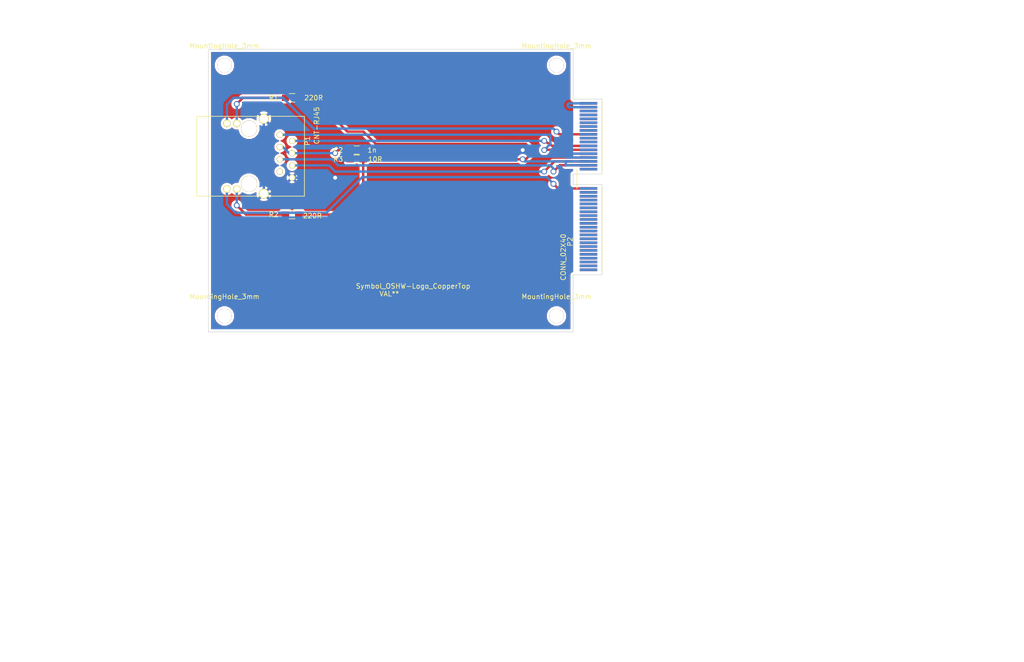
<source format=kicad_pcb>
(kicad_pcb (version 4) (host pcbnew 0.201412111631+5320~19~ubuntu14.04.1-product)

  (general
    (links 23)
    (no_connects 0)
    (area 69.065 49.347 277.608572 176.553)
    (thickness 1.6)
    (drawings 29)
    (tracks 122)
    (zones 0)
    (modules 11)
    (nets 80)
  )

  (page A4)
  (layers
    (0 F.Cu signal)
    (31 B.Cu signal)
    (32 B.Adhes user)
    (33 F.Adhes user)
    (34 B.Paste user)
    (35 F.Paste user)
    (36 B.SilkS user)
    (37 F.SilkS user)
    (38 B.Mask user)
    (39 F.Mask user)
    (40 Dwgs.User user)
    (41 Cmts.User user)
    (42 Eco1.User user)
    (43 Eco2.User user)
    (44 Edge.Cuts user)
    (45 Margin user)
    (46 B.CrtYd user)
    (47 F.CrtYd user)
    (48 B.Fab user)
    (49 F.Fab user)
  )

  (setup
    (last_trace_width 0.5)
    (trace_clearance 0.254)
    (zone_clearance 0.508)
    (zone_45_only no)
    (trace_min 0.254)
    (segment_width 0.2)
    (edge_width 0.1)
    (via_size 1.2)
    (via_drill 0.8)
    (via_min_size 0.889)
    (via_min_drill 0.508)
    (uvia_size 0.508)
    (uvia_drill 0.127)
    (uvias_allowed no)
    (uvia_min_size 0.508)
    (uvia_min_drill 0.127)
    (pcb_text_width 0.3)
    (pcb_text_size 1.5 1.5)
    (mod_edge_width 0.15)
    (mod_text_size 1 1)
    (mod_text_width 0.15)
    (pad_size 1.524 1.524)
    (pad_drill 1.016)
    (pad_to_mask_clearance 0)
    (aux_axis_origin 0 0)
    (visible_elements 7FFFFFFF)
    (pcbplotparams
      (layerselection 0x01000_80000001)
      (usegerberextensions false)
      (excludeedgelayer true)
      (linewidth 0.100000)
      (plotframeref false)
      (viasonmask false)
      (mode 1)
      (useauxorigin false)
      (hpglpennumber 1)
      (hpglpenspeed 20)
      (hpglpendiameter 15)
      (hpglpenoverlay 2)
      (psnegative false)
      (psa4output false)
      (plotreference true)
      (plotvalue true)
      (plotinvisibletext false)
      (padsonsilk false)
      (subtractmaskfromsilk false)
      (outputformat 1)
      (mirror false)
      (drillshape 0)
      (scaleselection 1)
      (outputdirectory cam/))
  )

  (net 0 "")
  (net 1 GND)
  (net 2 "Net-(C2-Pad2)")
  (net 3 "Net-(P2-Pad1)")
  (net 4 "Net-(P2-Pad2)")
  (net 5 "Net-(P2-Pad3)")
  (net 6 "Net-(P2-Pad4)")
  (net 7 "Net-(P2-Pad5)")
  (net 8 "Net-(P2-Pad6)")
  (net 9 "Net-(P2-Pad7)")
  (net 10 "Net-(P2-Pad8)")
  (net 11 "Net-(P2-Pad9)")
  (net 12 "Net-(P2-Pad10)")
  (net 13 "Net-(P2-Pad11)")
  (net 14 "Net-(P2-Pad12)")
  (net 15 "Net-(P2-Pad13)")
  (net 16 "Net-(P2-Pad14)")
  (net 17 "Net-(P2-Pad15)")
  (net 18 "Net-(P2-Pad16)")
  (net 19 "Net-(P2-Pad17)")
  (net 20 "Net-(P2-Pad18)")
  (net 21 "Net-(P2-Pad20)")
  (net 22 "Net-(P2-Pad19)")
  (net 23 "Net-(P2-Pad22)")
  (net 24 "Net-(P2-Pad21)")
  (net 25 "Net-(P2-Pad24)")
  (net 26 "Net-(P2-Pad23)")
  (net 27 "Net-(P2-Pad26)")
  (net 28 "Net-(P2-Pad25)")
  (net 29 "Net-(P2-Pad28)")
  (net 30 "Net-(P2-Pad27)")
  (net 31 "Net-(P2-Pad30)")
  (net 32 "Net-(P2-Pad29)")
  (net 33 "Net-(P2-Pad32)")
  (net 34 "Net-(P2-Pad31)")
  (net 35 "Net-(P2-Pad34)")
  (net 36 "Net-(P2-Pad33)")
  (net 37 "Net-(P2-Pad36)")
  (net 38 "Net-(P2-Pad35)")
  (net 39 "Net-(P2-Pad38)")
  (net 40 "Net-(P2-Pad37)")
  (net 41 "Net-(P2-Pad40)")
  (net 42 "Net-(P2-Pad39)")
  (net 43 "Net-(P2-Pad42)")
  (net 44 "Net-(P2-Pad41)")
  (net 45 "Net-(P2-Pad44)")
  (net 46 LED2)
  (net 47 "Net-(P2-Pad45)")
  (net 48 "Net-(P2-Pad46)")
  (net 49 TX+)
  (net 50 +3V3)
  (net 51 TX-)
  (net 52 RX+)
  (net 53 "Net-(P2-Pad56)")
  (net 54 RX-)
  (net 55 "Net-(P2-Pad58)")
  (net 56 "Net-(P2-Pad59)")
  (net 57 "Net-(P2-Pad60)")
  (net 58 "Net-(P2-Pad61)")
  (net 59 "Net-(P2-Pad62)")
  (net 60 LED1)
  (net 61 "Net-(P2-Pad64)")
  (net 62 "Net-(P2-Pad65)")
  (net 63 "Net-(P2-Pad66)")
  (net 64 "Net-(P2-Pad67)")
  (net 65 "Net-(P2-Pad68)")
  (net 66 "Net-(P2-Pad69)")
  (net 67 "Net-(P2-Pad70)")
  (net 68 "Net-(P2-Pad71)")
  (net 69 "Net-(P2-Pad72)")
  (net 70 "Net-(P2-Pad73)")
  (net 71 "Net-(P2-Pad74)")
  (net 72 "Net-(P2-Pad75)")
  (net 73 "Net-(P2-Pad76)")
  (net 74 "Net-(P2-Pad77)")
  (net 75 "Net-(P2-Pad78)")
  (net 76 "Net-(P2-Pad79)")
  (net 77 "Net-(P1-Pad11)")
  (net 78 "Net-(P1-Pad13)")
  (net 79 "Net-(P1-Pad7)")

  (net_class Default "This is the default net class."
    (clearance 0.254)
    (trace_width 0.5)
    (via_dia 1.2)
    (via_drill 0.8)
    (uvia_dia 0.508)
    (uvia_drill 0.127)
    (add_net +3V3)
    (add_net GND)
    (add_net LED1)
    (add_net LED2)
    (add_net "Net-(C2-Pad2)")
    (add_net "Net-(P1-Pad11)")
    (add_net "Net-(P1-Pad13)")
    (add_net "Net-(P1-Pad7)")
    (add_net "Net-(P2-Pad1)")
    (add_net "Net-(P2-Pad10)")
    (add_net "Net-(P2-Pad11)")
    (add_net "Net-(P2-Pad12)")
    (add_net "Net-(P2-Pad13)")
    (add_net "Net-(P2-Pad14)")
    (add_net "Net-(P2-Pad15)")
    (add_net "Net-(P2-Pad16)")
    (add_net "Net-(P2-Pad17)")
    (add_net "Net-(P2-Pad18)")
    (add_net "Net-(P2-Pad19)")
    (add_net "Net-(P2-Pad2)")
    (add_net "Net-(P2-Pad20)")
    (add_net "Net-(P2-Pad21)")
    (add_net "Net-(P2-Pad22)")
    (add_net "Net-(P2-Pad23)")
    (add_net "Net-(P2-Pad24)")
    (add_net "Net-(P2-Pad25)")
    (add_net "Net-(P2-Pad26)")
    (add_net "Net-(P2-Pad27)")
    (add_net "Net-(P2-Pad28)")
    (add_net "Net-(P2-Pad29)")
    (add_net "Net-(P2-Pad3)")
    (add_net "Net-(P2-Pad30)")
    (add_net "Net-(P2-Pad31)")
    (add_net "Net-(P2-Pad32)")
    (add_net "Net-(P2-Pad33)")
    (add_net "Net-(P2-Pad34)")
    (add_net "Net-(P2-Pad35)")
    (add_net "Net-(P2-Pad36)")
    (add_net "Net-(P2-Pad37)")
    (add_net "Net-(P2-Pad38)")
    (add_net "Net-(P2-Pad39)")
    (add_net "Net-(P2-Pad4)")
    (add_net "Net-(P2-Pad40)")
    (add_net "Net-(P2-Pad41)")
    (add_net "Net-(P2-Pad42)")
    (add_net "Net-(P2-Pad44)")
    (add_net "Net-(P2-Pad45)")
    (add_net "Net-(P2-Pad46)")
    (add_net "Net-(P2-Pad5)")
    (add_net "Net-(P2-Pad56)")
    (add_net "Net-(P2-Pad58)")
    (add_net "Net-(P2-Pad59)")
    (add_net "Net-(P2-Pad6)")
    (add_net "Net-(P2-Pad60)")
    (add_net "Net-(P2-Pad61)")
    (add_net "Net-(P2-Pad62)")
    (add_net "Net-(P2-Pad64)")
    (add_net "Net-(P2-Pad65)")
    (add_net "Net-(P2-Pad66)")
    (add_net "Net-(P2-Pad67)")
    (add_net "Net-(P2-Pad68)")
    (add_net "Net-(P2-Pad69)")
    (add_net "Net-(P2-Pad7)")
    (add_net "Net-(P2-Pad70)")
    (add_net "Net-(P2-Pad71)")
    (add_net "Net-(P2-Pad72)")
    (add_net "Net-(P2-Pad73)")
    (add_net "Net-(P2-Pad74)")
    (add_net "Net-(P2-Pad75)")
    (add_net "Net-(P2-Pad76)")
    (add_net "Net-(P2-Pad77)")
    (add_net "Net-(P2-Pad78)")
    (add_net "Net-(P2-Pad79)")
    (add_net "Net-(P2-Pad8)")
    (add_net "Net-(P2-Pad9)")
    (add_net RX+)
    (add_net RX-)
    (add_net TX+)
    (add_net TX-)
  )

  (module Capacitors_SMD:C_0805_HandSoldering (layer F.Cu) (tedit 548CA67D) (tstamp 548CB9DC)
    (at 142.875 80.01 180)
    (descr "Capacitor SMD 0805, hand soldering")
    (tags "capacitor 0805")
    (path /548C8996)
    (attr smd)
    (fp_text reference C2 (at 3.81 0 180) (layer F.SilkS)
      (effects (font (size 1 1) (thickness 0.15)))
    )
    (fp_text value 1n (at -3.175 0 180) (layer F.SilkS)
      (effects (font (size 1 1) (thickness 0.15)))
    )
    (fp_line (start -2.3 -1) (end 2.3 -1) (layer F.CrtYd) (width 0.05))
    (fp_line (start -2.3 1) (end 2.3 1) (layer F.CrtYd) (width 0.05))
    (fp_line (start -2.3 -1) (end -2.3 1) (layer F.CrtYd) (width 0.05))
    (fp_line (start 2.3 -1) (end 2.3 1) (layer F.CrtYd) (width 0.05))
    (fp_line (start 0.5 -0.85) (end -0.5 -0.85) (layer F.SilkS) (width 0.15))
    (fp_line (start -0.5 0.85) (end 0.5 0.85) (layer F.SilkS) (width 0.15))
    (pad 1 smd rect (at -1.25 0 180) (size 1.5 1.25) (layers F.Cu F.Paste F.Mask)
      (net 1 GND))
    (pad 2 smd rect (at 1.25 0 180) (size 1.5 1.25) (layers F.Cu F.Paste F.Mask)
      (net 2 "Net-(C2-Pad2)"))
    (model Capacitors_SMD/C_0805_HandSoldering.wrl
      (at (xyz 0 0 0))
      (scale (xyz 1 1 1))
      (rotate (xyz 0 0 0))
    )
  )

  (module awallin:cardedge_40x2 (layer F.Cu) (tedit 548CA356) (tstamp 548CBA33)
    (at 190.754 104.75)
    (path /548C918C)
    (fp_text reference P2 (at -3.8 -5.8 90) (layer F.SilkS)
      (effects (font (size 1 1) (thickness 0.15)))
    )
    (fp_text value CONN_02X40 (at -5.2 -2.6 90) (layer F.SilkS)
      (effects (font (size 1 1) (thickness 0.15)))
    )
    (fp_line (start -2.4 -16.8) (end -2.4 -20.8) (layer F.SilkS) (width 0.15))
    (fp_line (start 2.8 -20.4) (end 2.8 -34.8) (layer F.SilkS) (width 0.15))
    (fp_line (start 2.8 0.4) (end 2.8 -17.2) (layer F.SilkS) (width 0.15))
    (pad 1 connect rect (at 0 0) (size 3.6 0.55) (layers F.Cu F.Mask)
      (net 3 "Net-(P2-Pad1)"))
    (pad 2 connect rect (at 0 0) (size 3.6 0.55) (layers B.Cu F.Mask)
      (net 4 "Net-(P2-Pad2)"))
    (pad 3 connect rect (at 0 -0.8) (size 3.6 0.55) (layers F.Cu F.Mask)
      (net 5 "Net-(P2-Pad3)"))
    (pad 4 connect rect (at 0 -0.8) (size 3.6 0.55) (layers B.Cu F.Mask)
      (net 6 "Net-(P2-Pad4)"))
    (pad 5 connect rect (at 0 -1.6) (size 3.6 0.55) (layers F.Cu F.Mask)
      (net 7 "Net-(P2-Pad5)"))
    (pad 6 connect rect (at 0 -1.6) (size 3.6 0.55) (layers B.Cu F.Mask)
      (net 8 "Net-(P2-Pad6)"))
    (pad 7 connect rect (at 0 -2.4) (size 3.6 0.55) (layers F.Cu F.Mask)
      (net 9 "Net-(P2-Pad7)"))
    (pad 8 connect rect (at 0 -2.4) (size 3.6 0.55) (layers B.Cu F.Mask)
      (net 10 "Net-(P2-Pad8)"))
    (pad 9 connect rect (at 0 -3.2) (size 3.6 0.55) (layers F.Cu F.Mask)
      (net 11 "Net-(P2-Pad9)"))
    (pad 10 connect rect (at 0 -3.2) (size 3.6 0.55) (layers B.Cu F.Mask)
      (net 12 "Net-(P2-Pad10)"))
    (pad 11 connect rect (at 0 -4) (size 3.6 0.55) (layers F.Cu F.Mask)
      (net 13 "Net-(P2-Pad11)"))
    (pad 12 connect rect (at 0 -4) (size 3.6 0.55) (layers B.Cu F.Mask)
      (net 14 "Net-(P2-Pad12)"))
    (pad 13 connect rect (at 0 -4.8) (size 3.6 0.55) (layers F.Cu F.Mask)
      (net 15 "Net-(P2-Pad13)"))
    (pad 14 connect rect (at 0 -4.8) (size 3.6 0.55) (layers B.Cu F.Mask)
      (net 16 "Net-(P2-Pad14)"))
    (pad 15 connect rect (at 0 -5.6) (size 3.6 0.55) (layers F.Cu F.Mask)
      (net 17 "Net-(P2-Pad15)"))
    (pad 16 connect rect (at 0 -5.6) (size 3.6 0.55) (layers B.Cu F.Mask)
      (net 18 "Net-(P2-Pad16)"))
    (pad 17 connect rect (at 0 -6.4) (size 3.6 0.55) (layers F.Cu F.Mask)
      (net 19 "Net-(P2-Pad17)"))
    (pad 18 connect rect (at 0 -6.4) (size 3.6 0.55) (layers B.Cu F.Mask)
      (net 20 "Net-(P2-Pad18)"))
    (pad 20 connect rect (at 0 -7.2) (size 3.6 0.55) (layers B.Cu F.Mask)
      (net 21 "Net-(P2-Pad20)"))
    (pad 19 connect rect (at 0 -7.2) (size 3.6 0.55) (layers F.Cu F.Mask)
      (net 22 "Net-(P2-Pad19)"))
    (pad 22 connect rect (at 0 -8) (size 3.6 0.55) (layers B.Cu F.Mask)
      (net 23 "Net-(P2-Pad22)"))
    (pad 21 connect rect (at 0 -8) (size 3.6 0.55) (layers F.Cu F.Mask)
      (net 24 "Net-(P2-Pad21)"))
    (pad 24 connect rect (at 0 -8.8) (size 3.6 0.55) (layers B.Cu F.Mask)
      (net 25 "Net-(P2-Pad24)"))
    (pad 23 connect rect (at 0 -8.8) (size 3.6 0.55) (layers F.Cu F.Mask)
      (net 26 "Net-(P2-Pad23)"))
    (pad 26 connect rect (at 0 -9.6) (size 3.6 0.55) (layers B.Cu F.Mask)
      (net 27 "Net-(P2-Pad26)"))
    (pad 25 connect rect (at 0 -9.6) (size 3.6 0.55) (layers F.Cu F.Mask)
      (net 28 "Net-(P2-Pad25)"))
    (pad 28 connect rect (at 0 -10.4) (size 3.6 0.55) (layers B.Cu F.Mask)
      (net 29 "Net-(P2-Pad28)"))
    (pad 27 connect rect (at 0 -10.4) (size 3.6 0.55) (layers F.Cu F.Mask)
      (net 30 "Net-(P2-Pad27)"))
    (pad 30 connect rect (at 0 -11.2) (size 3.6 0.55) (layers B.Cu F.Mask)
      (net 31 "Net-(P2-Pad30)"))
    (pad 29 connect rect (at 0 -11.2) (size 3.6 0.55) (layers F.Cu F.Mask)
      (net 32 "Net-(P2-Pad29)"))
    (pad 32 connect rect (at 0 -12) (size 3.6 0.55) (layers B.Cu F.Mask)
      (net 33 "Net-(P2-Pad32)"))
    (pad 31 connect rect (at 0 -12) (size 3.6 0.55) (layers F.Cu F.Mask)
      (net 34 "Net-(P2-Pad31)"))
    (pad 34 connect rect (at 0 -12.8) (size 3.6 0.55) (layers B.Cu F.Mask)
      (net 35 "Net-(P2-Pad34)"))
    (pad 33 connect rect (at 0 -12.8) (size 3.6 0.55) (layers F.Cu F.Mask)
      (net 36 "Net-(P2-Pad33)"))
    (pad 36 connect rect (at 0 -13.6) (size 3.6 0.55) (layers B.Cu F.Mask)
      (net 37 "Net-(P2-Pad36)"))
    (pad 35 connect rect (at 0 -13.6) (size 3.6 0.55) (layers F.Cu F.Mask)
      (net 38 "Net-(P2-Pad35)"))
    (pad 38 connect rect (at 0 -14.4) (size 3.6 0.55) (layers B.Cu F.Mask)
      (net 39 "Net-(P2-Pad38)"))
    (pad 37 connect rect (at 0 -14.4) (size 3.6 0.55) (layers F.Cu F.Mask)
      (net 40 "Net-(P2-Pad37)"))
    (pad 40 connect rect (at 0 -15.2) (size 3.6 0.55) (layers B.Cu F.Mask)
      (net 41 "Net-(P2-Pad40)"))
    (pad 39 connect rect (at 0 -15.2) (size 3.6 0.55) (layers F.Cu F.Mask)
      (net 42 "Net-(P2-Pad39)"))
    (pad 42 connect rect (at 0 -16) (size 3.6 0.55) (layers B.Cu F.Mask)
      (net 43 "Net-(P2-Pad42)"))
    (pad 41 connect rect (at 0 -16) (size 3.6 0.55) (layers F.Cu F.Mask)
      (net 44 "Net-(P2-Pad41)"))
    (pad 44 connect rect (at 0 -16.8) (size 3.6 0.55) (layers B.Cu F.Mask)
      (net 45 "Net-(P2-Pad44)"))
    (pad 43 connect rect (at 0 -16.8) (size 3.6 0.55) (layers F.Cu F.Mask)
      (net 46 LED2))
    (pad 45 connect rect (at 0 -20.8) (size 3.6 0.55) (layers F.Cu F.Mask)
      (net 47 "Net-(P2-Pad45)"))
    (pad 46 connect rect (at 0 -20.8) (size 3.6 0.55) (layers B.Cu F.Mask)
      (net 48 "Net-(P2-Pad46)"))
    (pad 47 connect rect (at 0 -21.6) (size 3.6 0.55) (layers F.Cu F.Mask)
      (net 49 TX+))
    (pad 48 connect rect (at 0 -21.6) (size 3.6 0.55) (layers B.Cu F.Mask)
      (net 50 +3V3))
    (pad 49 connect rect (at 0 -22.4) (size 3.6 0.55) (layers F.Cu F.Mask)
      (net 51 TX-))
    (pad 50 connect rect (at 0 -22.4) (size 3.6 0.55) (layers B.Cu F.Mask)
      (net 50 +3V3))
    (pad 51 connect rect (at 0 -23.2) (size 3.6 0.55) (layers F.Cu F.Mask)
      (net 1 GND))
    (pad 52 connect rect (at 0 -23.2) (size 3.6 0.55) (layers B.Cu F.Mask)
      (net 1 GND))
    (pad 53 connect rect (at 0 -24) (size 3.6 0.55) (layers F.Cu F.Mask)
      (net 1 GND))
    (pad 54 connect rect (at 0 -24) (size 3.6 0.55) (layers B.Cu F.Mask)
      (net 1 GND))
    (pad 55 connect rect (at 0 -24.8) (size 3.6 0.55) (layers F.Cu F.Mask)
      (net 52 RX+))
    (pad 56 connect rect (at 0 -24.8) (size 3.6 0.55) (layers B.Cu F.Mask)
      (net 53 "Net-(P2-Pad56)"))
    (pad 57 connect rect (at 0 -25.6) (size 3.6 0.55) (layers F.Cu F.Mask)
      (net 54 RX-))
    (pad 58 connect rect (at 0 -25.6) (size 3.6 0.55) (layers B.Cu F.Mask)
      (net 55 "Net-(P2-Pad58)"))
    (pad 59 connect rect (at 0 -26.4) (size 3.6 0.55) (layers F.Cu F.Mask)
      (net 56 "Net-(P2-Pad59)"))
    (pad 60 connect rect (at 0 -26.4) (size 3.6 0.55) (layers B.Cu F.Mask)
      (net 57 "Net-(P2-Pad60)"))
    (pad 61 connect rect (at 0 -27.2) (size 3.6 0.55) (layers F.Cu F.Mask)
      (net 58 "Net-(P2-Pad61)"))
    (pad 62 connect rect (at 0 -27.2) (size 3.6 0.55) (layers B.Cu F.Mask)
      (net 59 "Net-(P2-Pad62)"))
    (pad 63 connect rect (at 0 -28) (size 3.6 0.55) (layers F.Cu F.Mask)
      (net 60 LED1))
    (pad 64 connect rect (at 0 -28) (size 3.6 0.55) (layers B.Cu F.Mask)
      (net 61 "Net-(P2-Pad64)"))
    (pad 65 connect rect (at 0 -28.8) (size 3.6 0.55) (layers F.Cu F.Mask)
      (net 62 "Net-(P2-Pad65)"))
    (pad 66 connect rect (at 0 -28.8) (size 3.6 0.55) (layers B.Cu F.Mask)
      (net 63 "Net-(P2-Pad66)"))
    (pad 67 connect rect (at 0 -29.6) (size 3.6 0.55) (layers F.Cu F.Mask)
      (net 64 "Net-(P2-Pad67)"))
    (pad 68 connect rect (at 0 -29.6) (size 3.6 0.55) (layers B.Cu F.Mask)
      (net 65 "Net-(P2-Pad68)"))
    (pad 69 connect rect (at 0 -30.4) (size 3.6 0.55) (layers F.Cu F.Mask)
      (net 66 "Net-(P2-Pad69)"))
    (pad 70 connect rect (at 0 -30.4) (size 3.6 0.55) (layers B.Cu F.Mask)
      (net 67 "Net-(P2-Pad70)"))
    (pad 71 connect rect (at 0 -31.2) (size 3.6 0.55) (layers F.Cu F.Mask)
      (net 68 "Net-(P2-Pad71)"))
    (pad 72 connect rect (at 0 -31.2) (size 3.6 0.55) (layers B.Cu F.Mask)
      (net 69 "Net-(P2-Pad72)"))
    (pad 73 connect rect (at 0 -32) (size 3.6 0.55) (layers F.Cu F.Mask)
      (net 70 "Net-(P2-Pad73)"))
    (pad 74 connect rect (at 0 -32) (size 3.6 0.55) (layers B.Cu F.Mask)
      (net 71 "Net-(P2-Pad74)"))
    (pad 75 connect rect (at 0 -32.8) (size 3.6 0.55) (layers F.Cu F.Mask)
      (net 72 "Net-(P2-Pad75)"))
    (pad 76 connect rect (at 0 -32.8) (size 3.6 0.55) (layers B.Cu F.Mask)
      (net 73 "Net-(P2-Pad76)"))
    (pad 77 connect rect (at 0 -33.6) (size 3.6 0.55) (layers F.Cu F.Mask)
      (net 74 "Net-(P2-Pad77)"))
    (pad 78 connect rect (at 0 -33.6) (size 3.6 0.55) (layers B.Cu F.Mask)
      (net 75 "Net-(P2-Pad78)"))
    (pad 79 connect rect (at 0 -34.4) (size 3.6 0.55) (layers F.Cu F.Mask)
      (net 76 "Net-(P2-Pad79)"))
    (pad 80 connect rect (at 0 -34.4) (size 3.6 0.55) (layers B.Cu F.Mask)
      (net 75 "Net-(P2-Pad78)"))
  )

  (module Resistors_SMD:R_0805_HandSoldering (layer F.Cu) (tedit 548CA640) (tstamp 548CBA39)
    (at 129.54 69.215 180)
    (descr "Resistor SMD 0805, hand soldering")
    (tags "resistor 0805")
    (path /548C8849)
    (attr smd)
    (fp_text reference R1 (at 3.81 0 180) (layer F.SilkS)
      (effects (font (size 1 1) (thickness 0.15)))
    )
    (fp_text value 220R (at -4.445 0 180) (layer F.SilkS)
      (effects (font (size 1 1) (thickness 0.15)))
    )
    (fp_line (start -2.4 -1) (end 2.4 -1) (layer F.CrtYd) (width 0.05))
    (fp_line (start -2.4 1) (end 2.4 1) (layer F.CrtYd) (width 0.05))
    (fp_line (start -2.4 -1) (end -2.4 1) (layer F.CrtYd) (width 0.05))
    (fp_line (start 2.4 -1) (end 2.4 1) (layer F.CrtYd) (width 0.05))
    (fp_line (start 0.6 0.875) (end -0.6 0.875) (layer F.SilkS) (width 0.15))
    (fp_line (start -0.6 -0.875) (end 0.6 -0.875) (layer F.SilkS) (width 0.15))
    (pad 1 smd rect (at -1.35 0 180) (size 1.5 1.3) (layers F.Cu F.Paste F.Mask)
      (net 50 +3V3))
    (pad 2 smd rect (at 1.35 0 180) (size 1.5 1.3) (layers F.Cu F.Paste F.Mask)
      (net 77 "Net-(P1-Pad11)"))
    (model Resistors_SMD/R_0805_HandSoldering.wrl
      (at (xyz 0 0 0))
      (scale (xyz 1 1 1))
      (rotate (xyz 0 0 0))
    )
  )

  (module Resistors_SMD:R_0805_HandSoldering (layer F.Cu) (tedit 548CA63D) (tstamp 548CBA3F)
    (at 129.54 93.345 180)
    (descr "Resistor SMD 0805, hand soldering")
    (tags "resistor 0805")
    (path /548C8821)
    (attr smd)
    (fp_text reference R2 (at 3.81 0 180) (layer F.SilkS)
      (effects (font (size 1 1) (thickness 0.15)))
    )
    (fp_text value 220R (at -4.191 -0.254 180) (layer F.SilkS)
      (effects (font (size 1 1) (thickness 0.15)))
    )
    (fp_line (start -2.4 -1) (end 2.4 -1) (layer F.CrtYd) (width 0.05))
    (fp_line (start -2.4 1) (end 2.4 1) (layer F.CrtYd) (width 0.05))
    (fp_line (start -2.4 -1) (end -2.4 1) (layer F.CrtYd) (width 0.05))
    (fp_line (start 2.4 -1) (end 2.4 1) (layer F.CrtYd) (width 0.05))
    (fp_line (start 0.6 0.875) (end -0.6 0.875) (layer F.SilkS) (width 0.15))
    (fp_line (start -0.6 -0.875) (end 0.6 -0.875) (layer F.SilkS) (width 0.15))
    (pad 1 smd rect (at -1.35 0 180) (size 1.5 1.3) (layers F.Cu F.Paste F.Mask)
      (net 50 +3V3))
    (pad 2 smd rect (at 1.35 0 180) (size 1.5 1.3) (layers F.Cu F.Paste F.Mask)
      (net 78 "Net-(P1-Pad13)"))
    (model Resistors_SMD/R_0805_HandSoldering.wrl
      (at (xyz 0 0 0))
      (scale (xyz 1 1 1))
      (rotate (xyz 0 0 0))
    )
  )

  (module Resistors_SMD:R_0805_HandSoldering (layer F.Cu) (tedit 548CA65E) (tstamp 548CBA45)
    (at 142.875 81.915 180)
    (descr "Resistor SMD 0805, hand soldering")
    (tags "resistor 0805")
    (path /548C8A5B)
    (attr smd)
    (fp_text reference R3 (at 3.81 0 180) (layer F.SilkS)
      (effects (font (size 1 1) (thickness 0.15)))
    )
    (fp_text value 10R (at -3.81 0 180) (layer F.SilkS)
      (effects (font (size 1 1) (thickness 0.15)))
    )
    (fp_line (start -2.4 -1) (end 2.4 -1) (layer F.CrtYd) (width 0.05))
    (fp_line (start -2.4 1) (end 2.4 1) (layer F.CrtYd) (width 0.05))
    (fp_line (start -2.4 -1) (end -2.4 1) (layer F.CrtYd) (width 0.05))
    (fp_line (start 2.4 -1) (end 2.4 1) (layer F.CrtYd) (width 0.05))
    (fp_line (start 0.6 0.875) (end -0.6 0.875) (layer F.SilkS) (width 0.15))
    (fp_line (start -0.6 -0.875) (end 0.6 -0.875) (layer F.SilkS) (width 0.15))
    (pad 1 smd rect (at -1.35 0 180) (size 1.5 1.3) (layers F.Cu F.Paste F.Mask)
      (net 50 +3V3))
    (pad 2 smd rect (at 1.35 0 180) (size 1.5 1.3) (layers F.Cu F.Paste F.Mask)
      (net 2 "Net-(C2-Pad2)"))
    (model Resistors_SMD/R_0805_HandSoldering.wrl
      (at (xyz 0 0 0))
      (scale (xyz 1 1 1))
      (rotate (xyz 0 0 0))
    )
  )

  (module awallin:ETH-MAGJACK (layer F.Cu) (tedit 548CAD0A) (tstamp 548CBF91)
    (at 120.65 81.28 270)
    (path /548C86EB)
    (fp_text reference P1 (at -3.175 -12.065 270) (layer F.SilkS)
      (effects (font (size 1 1) (thickness 0.15)))
    )
    (fp_text value CNT-RJ45 (at -6.35 -13.97 270) (layer F.SilkS)
      (effects (font (size 1 1) (thickness 0.15)))
    )
    (fp_line (start -8.255 10.795) (end 8.255 10.795) (layer F.SilkS) (width 0.15))
    (fp_line (start 8.255 10.795) (end 8.255 -11.43) (layer F.SilkS) (width 0.15))
    (fp_line (start 8.255 -11.43) (end -8.255 -11.43) (layer F.SilkS) (width 0.15))
    (fp_line (start -8.255 -11.43) (end -8.255 10.795) (layer F.SilkS) (width 0.15))
    (pad 1 thru_hole circle (at -4.445 -6.35 270) (size 1.27 1.27) (drill 0.889) (layers *.Cu *.Mask F.SilkS)
      (net 52 RX+))
    (pad 2 thru_hole circle (at -3.175 -8.89 270) (size 1.27 1.27) (drill 0.889) (layers *.Cu *.Mask F.SilkS)
      (net 54 RX-))
    (pad 3 thru_hole circle (at -1.905 -6.35 270) (size 1.27 1.27) (drill 0.889) (layers *.Cu *.Mask F.SilkS)
      (net 2 "Net-(C2-Pad2)"))
    (pad 4 thru_hole circle (at -0.635 -8.89 270) (size 1.27 1.27) (drill 0.889) (layers *.Cu *.Mask F.SilkS)
      (net 2 "Net-(C2-Pad2)"))
    (pad 5 thru_hole circle (at 0.635 -6.35 270) (size 1.27 1.27) (drill 0.889) (layers *.Cu *.Mask F.SilkS)
      (net 49 TX+))
    (pad 6 thru_hole circle (at 1.905 -8.89 270) (size 1.27 1.27) (drill 0.889) (layers *.Cu *.Mask F.SilkS)
      (net 51 TX-))
    (pad 7 thru_hole circle (at 3.175 -6.35 270) (size 1.27 1.27) (drill 0.889) (layers *.Cu *.Mask F.SilkS)
      (net 79 "Net-(P1-Pad7)"))
    (pad 8 thru_hole circle (at 4.445 -8.89 270) (size 1.27 1.27) (drill 0.889) (layers *.Cu *.Mask F.SilkS)
      (net 1 GND))
    (pad h0 thru_hole circle (at -5.715 0 270) (size 3.302 3.302) (drill 3.2004) (layers *.Cu *.Mask F.SilkS))
    (pad h1 thru_hole circle (at 5.715 0 270) (size 3.302 3.302) (drill 3.2004) (layers *.Cu *.Mask F.SilkS))
    (pad 9 thru_hole circle (at -7.747 -3.048 270) (size 2.032 2.032) (drill 1.5748) (layers *.Cu *.Mask F.SilkS)
      (net 1 GND))
    (pad 10 thru_hole circle (at 7.747 -3.048 270) (size 2.032 2.032) (drill 1.5748) (layers *.Cu *.Mask F.SilkS)
      (net 1 GND))
    (pad 11 thru_hole circle (at -6.7818 2.54 270) (size 1.524 1.524) (drill 1.016) (layers *.Cu *.Mask F.SilkS)
      (net 77 "Net-(P1-Pad11)"))
    (pad 12 thru_hole circle (at -6.7818 4.572 270) (size 1.524 1.524) (drill 1.016) (layers *.Cu *.Mask F.SilkS)
      (net 60 LED1))
    (pad 13 thru_hole circle (at 6.7818 2.54 270) (size 1.524 1.524) (drill 1.016) (layers *.Cu *.Mask F.SilkS)
      (net 78 "Net-(P1-Pad13)"))
    (pad 14 thru_hole circle (at 6.7818 4.572 270) (size 1.524 1.524) (drill 1.016) (layers *.Cu *.Mask F.SilkS)
      (net 46 LED2))
  )

  (module Symbols:Symbol_OSHW-Logo_CopperTop (layer F.Cu) (tedit 548CBC71) (tstamp 548CC138)
    (at 154.432 112.522)
    (descr "Symbol, OSHW-Logo, Copper Top,")
    (tags "Symbol, OSHW-Logo, Copper Top,")
    (fp_text reference Symbol_OSHW-Logo_CopperTop (at 0.09906 -4.38912) (layer F.SilkS)
      (effects (font (size 1 1) (thickness 0.15)))
    )
    (fp_text value VAL** (at -4.826 -2.794) (layer F.SilkS)
      (effects (font (size 1 1) (thickness 0.15)))
    )
    (fp_line (start 1.66878 2.68986) (end 2.02946 4.16052) (layer F.Cu) (width 0.381))
    (fp_line (start 2.02946 4.16052) (end 2.30886 3.0988) (layer F.Cu) (width 0.381))
    (fp_line (start 2.30886 3.0988) (end 2.61874 4.17068) (layer F.Cu) (width 0.381))
    (fp_line (start 2.61874 4.17068) (end 2.9591 2.72034) (layer F.Cu) (width 0.381))
    (fp_line (start 0.24892 3.38074) (end 1.03886 3.37058) (layer F.Cu) (width 0.381))
    (fp_line (start 1.03886 3.37058) (end 1.04902 3.38074) (layer F.Cu) (width 0.381))
    (fp_line (start 1.04902 3.38074) (end 1.04902 3.37058) (layer F.Cu) (width 0.381))
    (fp_line (start 1.08966 2.65938) (end 1.08966 4.20116) (layer F.Cu) (width 0.381))
    (fp_line (start 0.20066 2.64922) (end 0.20066 4.21894) (layer F.Cu) (width 0.381))
    (fp_line (start 0.20066 4.21894) (end 0.21082 4.20878) (layer F.Cu) (width 0.381))
    (fp_line (start -0.35052 2.75082) (end -0.70104 2.66954) (layer F.Cu) (width 0.381))
    (fp_line (start -0.70104 2.66954) (end -1.02108 2.65938) (layer F.Cu) (width 0.381))
    (fp_line (start -1.02108 2.65938) (end -1.25984 2.86004) (layer F.Cu) (width 0.381))
    (fp_line (start -1.25984 2.86004) (end -1.29032 3.12928) (layer F.Cu) (width 0.381))
    (fp_line (start -1.29032 3.12928) (end -1.04902 3.37058) (layer F.Cu) (width 0.381))
    (fp_line (start -1.04902 3.37058) (end -0.6604 3.50012) (layer F.Cu) (width 0.381))
    (fp_line (start -0.6604 3.50012) (end -0.48006 3.66014) (layer F.Cu) (width 0.381))
    (fp_line (start -0.48006 3.66014) (end -0.43942 3.95986) (layer F.Cu) (width 0.381))
    (fp_line (start -0.43942 3.95986) (end -0.67056 4.18084) (layer F.Cu) (width 0.381))
    (fp_line (start -0.67056 4.18084) (end -0.9906 4.20878) (layer F.Cu) (width 0.381))
    (fp_line (start -0.9906 4.20878) (end -1.34112 4.09956) (layer F.Cu) (width 0.381))
    (fp_line (start -2.37998 2.64922) (end -2.6289 2.66954) (layer F.Cu) (width 0.381))
    (fp_line (start -2.6289 2.66954) (end -2.8702 2.91084) (layer F.Cu) (width 0.381))
    (fp_line (start -2.8702 2.91084) (end -2.9591 3.40106) (layer F.Cu) (width 0.381))
    (fp_line (start -2.9591 3.40106) (end -2.93116 3.74904) (layer F.Cu) (width 0.381))
    (fp_line (start -2.93116 3.74904) (end -2.7305 4.06908) (layer F.Cu) (width 0.381))
    (fp_line (start -2.7305 4.06908) (end -2.47904 4.191) (layer F.Cu) (width 0.381))
    (fp_line (start -2.47904 4.191) (end -2.16916 4.11988) (layer F.Cu) (width 0.381))
    (fp_line (start -2.16916 4.11988) (end -1.95072 3.93954) (layer F.Cu) (width 0.381))
    (fp_line (start -1.95072 3.93954) (end -1.8796 3.4798) (layer F.Cu) (width 0.381))
    (fp_line (start -1.8796 3.4798) (end -1.9304 3.07086) (layer F.Cu) (width 0.381))
    (fp_line (start -1.9304 3.07086) (end -2.03962 2.78892) (layer F.Cu) (width 0.381))
    (fp_line (start -2.03962 2.78892) (end -2.4003 2.65938) (layer F.Cu) (width 0.381))
    (fp_line (start -1.78054 0.92964) (end -2.03962 1.49098) (layer F.Cu) (width 0.381))
    (fp_line (start -2.03962 1.49098) (end -1.50114 2.00914) (layer F.Cu) (width 0.381))
    (fp_line (start -1.50114 2.00914) (end -0.98044 1.7399) (layer F.Cu) (width 0.381))
    (fp_line (start -0.98044 1.7399) (end -0.70104 1.89992) (layer F.Cu) (width 0.381))
    (fp_line (start 0.73914 1.8796) (end 1.06934 1.6891) (layer F.Cu) (width 0.381))
    (fp_line (start 1.06934 1.6891) (end 1.50876 2.0193) (layer F.Cu) (width 0.381))
    (fp_line (start 1.50876 2.0193) (end 1.9812 1.52908) (layer F.Cu) (width 0.381))
    (fp_line (start 1.9812 1.52908) (end 1.69926 1.04902) (layer F.Cu) (width 0.381))
    (fp_line (start 1.69926 1.04902) (end 1.88976 0.57912) (layer F.Cu) (width 0.381))
    (fp_line (start 1.88976 0.57912) (end 2.49936 0.39116) (layer F.Cu) (width 0.381))
    (fp_line (start 2.49936 0.39116) (end 2.49936 -0.28956) (layer F.Cu) (width 0.381))
    (fp_line (start 2.49936 -0.28956) (end 1.94056 -0.42926) (layer F.Cu) (width 0.381))
    (fp_line (start 1.94056 -0.42926) (end 1.7399 -1.00076) (layer F.Cu) (width 0.381))
    (fp_line (start 1.7399 -1.00076) (end 2.00914 -1.47066) (layer F.Cu) (width 0.381))
    (fp_line (start 2.00914 -1.47066) (end 1.53924 -1.9812) (layer F.Cu) (width 0.381))
    (fp_line (start 1.53924 -1.9812) (end 1.02108 -1.71958) (layer F.Cu) (width 0.381))
    (fp_line (start 1.02108 -1.71958) (end 0.55118 -1.92024) (layer F.Cu) (width 0.381))
    (fp_line (start 0.55118 -1.92024) (end 0.381 -2.46126) (layer F.Cu) (width 0.381))
    (fp_line (start 0.381 -2.46126) (end -0.30988 -2.47904) (layer F.Cu) (width 0.381))
    (fp_line (start -0.30988 -2.47904) (end -0.5207 -1.9304) (layer F.Cu) (width 0.381))
    (fp_line (start -0.5207 -1.9304) (end -0.9398 -1.76022) (layer F.Cu) (width 0.381))
    (fp_line (start -0.9398 -1.76022) (end -1.49098 -2.02946) (layer F.Cu) (width 0.381))
    (fp_line (start -1.49098 -2.02946) (end -2.00914 -1.50114) (layer F.Cu) (width 0.381))
    (fp_line (start -2.00914 -1.50114) (end -1.76022 -0.96012) (layer F.Cu) (width 0.381))
    (fp_line (start -1.76022 -0.96012) (end -1.9304 -0.48006) (layer F.Cu) (width 0.381))
    (fp_line (start -1.9304 -0.48006) (end -2.47904 -0.381) (layer F.Cu) (width 0.381))
    (fp_line (start -2.47904 -0.381) (end -2.4892 0.32004) (layer F.Cu) (width 0.381))
    (fp_line (start -2.4892 0.32004) (end -1.9304 0.5207) (layer F.Cu) (width 0.381))
    (fp_line (start -1.9304 0.5207) (end -1.7907 0.91948) (layer F.Cu) (width 0.381))
    (fp_line (start 0.35052 0.89916) (end 0.65024 0.7493) (layer F.Cu) (width 0.381))
    (fp_line (start 0.65024 0.7493) (end 0.8509 0.55118) (layer F.Cu) (width 0.381))
    (fp_line (start 0.8509 0.55118) (end 1.00076 0.14986) (layer F.Cu) (width 0.381))
    (fp_line (start 1.00076 0.14986) (end 1.00076 -0.24892) (layer F.Cu) (width 0.381))
    (fp_line (start 1.00076 -0.24892) (end 0.8509 -0.59944) (layer F.Cu) (width 0.381))
    (fp_line (start 0.8509 -0.59944) (end 0.39878 -0.94996) (layer F.Cu) (width 0.381))
    (fp_line (start 0.39878 -0.94996) (end -0.0508 -1.00076) (layer F.Cu) (width 0.381))
    (fp_line (start -0.0508 -1.00076) (end -0.44958 -0.89916) (layer F.Cu) (width 0.381))
    (fp_line (start -0.44958 -0.89916) (end -0.8509 -0.55118) (layer F.Cu) (width 0.381))
    (fp_line (start -0.8509 -0.55118) (end -1.00076 -0.09906) (layer F.Cu) (width 0.381))
    (fp_line (start -1.00076 -0.09906) (end -0.94996 0.39878) (layer F.Cu) (width 0.381))
    (fp_line (start -0.94996 0.39878) (end -0.70104 0.70104) (layer F.Cu) (width 0.381))
    (fp_line (start -0.70104 0.70104) (end -0.35052 0.89916) (layer F.Cu) (width 0.381))
    (fp_line (start -0.35052 0.89916) (end -0.70104 1.89992) (layer F.Cu) (width 0.381))
    (fp_line (start 0.35052 0.89916) (end 0.7493 1.89992) (layer F.Cu) (width 0.381))
  )

  (module Mounting_Holes:MountingHole_3mm (layer F.Cu) (tedit 548CBCBE) (tstamp 548CC13C)
    (at 115.57 114.3)
    (descr "Mounting hole, Befestigungsbohrung, 3mm, No Annular, Kein Restring,")
    (tags "Mounting hole, Befestigungsbohrung, 3mm, No Annular, Kein Restring,")
    (fp_text reference MountingHole_3mm (at 0 -4.0005) (layer F.SilkS)
      (effects (font (size 1 1) (thickness 0.15)))
    )
    (fp_text value VAL** (at 1.00076 5.00126) (layer F.SilkS) hide
      (effects (font (size 1 1) (thickness 0.15)))
    )
    (fp_circle (center 0 0) (end 2.99974 0) (layer Cmts.User) (width 0.381))
    (pad 1 thru_hole circle (at 0 0) (size 2.99974 2.99974) (drill 2.99974) (layers))
  )

  (module Mounting_Holes:MountingHole_3mm (layer F.Cu) (tedit 548CBCF7) (tstamp 548CC145)
    (at 115.57 62.484)
    (descr "Mounting hole, Befestigungsbohrung, 3mm, No Annular, Kein Restring,")
    (tags "Mounting hole, Befestigungsbohrung, 3mm, No Annular, Kein Restring,")
    (fp_text reference MountingHole_3mm (at 0 -4.0005) (layer F.SilkS)
      (effects (font (size 1 1) (thickness 0.15)))
    )
    (fp_text value VAL** (at 1.00076 5.00126) (layer F.SilkS) hide
      (effects (font (size 1 1) (thickness 0.15)))
    )
    (fp_circle (center 0 0) (end 2.99974 0) (layer Cmts.User) (width 0.381))
    (pad 1 thru_hole circle (at 0 0) (size 2.99974 2.99974) (drill 2.99974) (layers))
  )

  (module Mounting_Holes:MountingHole_3mm (layer F.Cu) (tedit 548CBD07) (tstamp 548CC146)
    (at 184.15 62.484)
    (descr "Mounting hole, Befestigungsbohrung, 3mm, No Annular, Kein Restring,")
    (tags "Mounting hole, Befestigungsbohrung, 3mm, No Annular, Kein Restring,")
    (fp_text reference MountingHole_3mm (at 0 -4.0005) (layer F.SilkS)
      (effects (font (size 1 1) (thickness 0.15)))
    )
    (fp_text value VAL** (at 1.00076 5.00126) (layer F.SilkS) hide
      (effects (font (size 1 1) (thickness 0.15)))
    )
    (fp_circle (center 0 0) (end 2.99974 0) (layer Cmts.User) (width 0.381))
    (pad 1 thru_hole circle (at 0 0) (size 2.99974 2.99974) (drill 2.99974) (layers))
  )

  (module Mounting_Holes:MountingHole_3mm (layer F.Cu) (tedit 548CBD14) (tstamp 548CC147)
    (at 184.15 114.3)
    (descr "Mounting hole, Befestigungsbohrung, 3mm, No Annular, Kein Restring,")
    (tags "Mounting hole, Befestigungsbohrung, 3mm, No Annular, Kein Restring,")
    (fp_text reference MountingHole_3mm (at 0 -4.0005) (layer F.SilkS)
      (effects (font (size 1 1) (thickness 0.15)))
    )
    (fp_text value VAL** (at 1.00076 5.00126) (layer F.SilkS) hide
      (effects (font (size 1 1) (thickness 0.15)))
    )
    (fp_circle (center 0 0) (end 2.99974 0) (layer Cmts.User) (width 0.381))
    (pad 1 thru_hole circle (at 0 0) (size 2.99974 2.99974) (drill 2.99974) (layers))
  )

  (gr_text "AW 2014-12-18" (at 230.378 184.404) (layer Cmts.User)
    (effects (font (size 1.5 1.5) (thickness 0.3)))
  )
  (gr_text "DIY DSOXLAN\nAW 2014-12-13" (at 168.91 113.792) (layer F.Cu)
    (effects (font (size 1.5 1.5) (thickness 0.3)))
  )
  (gr_text "ETH Magjack\nDigi-Key 1419-1021-ND" (at 69.215 76.2) (layer Cmts.User)
    (effects (font (size 1.5 1.5) (thickness 0.3)) (justify left))
  )
  (gr_text "DIY DSOXLAN for Agilent DSO-X 2000 and 3000" (at 182.245 174.625) (layer Cmts.User)
    (effects (font (size 2.54 2.54) (thickness 0.3)) (justify left))
  )
  (gr_text p1 (at 197.35 102.7) (layer Cmts.User)
    (effects (font (size 1.5 1.5) (thickness 0.3)))
  )
  (gr_line (start 197.125 104.775) (end 197.125 103.925) (angle 90) (layer Cmts.User) (width 0.2))
  (gr_line (start 187.6 104.775) (end 197.125 104.775) (angle 90) (layer Cmts.User) (width 0.2))
  (gr_text "80 pin card-edge connector\n0.8mm pitch\n\nto fit\ne.g. digikey 	3M10603TR-ND (?)" (at 234.188 80.518) (layer Cmts.User)
    (effects (font (size 1.5 1.5) (thickness 0.3)) (justify left))
  )
  (dimension 48.133 (width 0.3) (layer Cmts.User)
    (gr_text "1.8950 in" (at 213.567 93.5355 90) (layer Cmts.User)
      (effects (font (size 1.5 1.5) (thickness 0.3)))
    )
    (feature1 (pts (xy 187.579 69.469) (xy 214.917 69.469)))
    (feature2 (pts (xy 187.579 117.602) (xy 214.917 117.602)))
    (crossbar (pts (xy 212.217 117.602) (xy 212.217 69.469)))
    (arrow1a (pts (xy 212.217 69.469) (xy 212.803421 70.595504)))
    (arrow1b (pts (xy 212.217 69.469) (xy 211.630579 70.595504)))
    (arrow2a (pts (xy 212.217 117.602) (xy 212.803421 116.475496)))
    (arrow2b (pts (xy 212.217 117.602) (xy 211.630579 116.475496)))
  )
  (dimension 32.639 (width 0.3) (layer Cmts.User)
    (gr_text "1.2850 in" (at 207.217 101.2825 90) (layer Cmts.User)
      (effects (font (size 1.5 1.5) (thickness 0.3)))
    )
    (feature1 (pts (xy 187.579 84.963) (xy 208.567 84.963)))
    (feature2 (pts (xy 187.579 117.602) (xy 208.567 117.602)))
    (crossbar (pts (xy 205.867 117.602) (xy 205.867 84.963)))
    (arrow1a (pts (xy 205.867 84.963) (xy 206.453421 86.089504)))
    (arrow1b (pts (xy 205.867 84.963) (xy 205.280579 86.089504)))
    (arrow2a (pts (xy 205.867 117.602) (xy 206.453421 116.475496)))
    (arrow2b (pts (xy 205.867 117.602) (xy 205.280579 116.475496)))
  )
  (dimension 30.48 (width 0.3) (layer Cmts.User)
    (gr_text "1.2000 in" (at 202.137 102.362 90) (layer Cmts.User)
      (effects (font (size 1.5 1.5) (thickness 0.3)))
    )
    (feature1 (pts (xy 187.579 87.122) (xy 203.487 87.122)))
    (feature2 (pts (xy 187.579 117.602) (xy 203.487 117.602)))
    (crossbar (pts (xy 200.787 117.602) (xy 200.787 87.122)))
    (arrow1a (pts (xy 200.787 87.122) (xy 201.373421 88.248504)))
    (arrow1b (pts (xy 200.787 87.122) (xy 200.200579 88.248504)))
    (arrow2a (pts (xy 200.787 117.602) (xy 201.373421 116.475496)))
    (arrow2b (pts (xy 200.787 117.602) (xy 200.200579 116.475496)))
  )
  (dimension 11.811 (width 0.3) (layer Cmts.User)
    (gr_text "0.4650 in" (at 197.438 111.6965 90) (layer Cmts.User)
      (effects (font (size 1.5 1.5) (thickness 0.3)))
    )
    (feature1 (pts (xy 187.579 105.791) (xy 198.788 105.791)))
    (feature2 (pts (xy 187.579 117.602) (xy 198.788 117.602)))
    (crossbar (pts (xy 196.088 117.602) (xy 196.088 105.791)))
    (arrow1a (pts (xy 196.088 105.791) (xy 196.674421 106.917504)))
    (arrow1b (pts (xy 196.088 105.791) (xy 195.501579 106.917504)))
    (arrow2a (pts (xy 196.088 117.602) (xy 196.674421 116.475496)))
    (arrow2b (pts (xy 196.088 117.602) (xy 195.501579 116.475496)))
  )
  (dimension 5.969 (width 0.3) (layer Cmts.User)
    (gr_text "0.2350 in" (at 190.5635 50.847) (layer Cmts.User)
      (effects (font (size 1.5 1.5) (thickness 0.3)))
    )
    (feature1 (pts (xy 187.579 69.469) (xy 187.579 49.497)))
    (feature2 (pts (xy 193.548 69.469) (xy 193.548 49.497)))
    (crossbar (pts (xy 193.548 52.197) (xy 187.579 52.197)))
    (arrow1a (pts (xy 187.579 52.197) (xy 188.705504 51.610579)))
    (arrow1b (pts (xy 187.579 52.197) (xy 188.705504 52.783421)))
    (arrow2a (pts (xy 193.548 52.197) (xy 192.421496 51.610579)))
    (arrow2b (pts (xy 193.548 52.197) (xy 192.421496 52.783421)))
  )
  (dimension 58.42 (width 0.3) (layer Cmts.User)
    (gr_text "2.3000 in" (at 101.52 88.392 90) (layer Cmts.User)
      (effects (font (size 1.5 1.5) (thickness 0.3)))
    )
    (feature1 (pts (xy 112.268 59.182) (xy 100.17 59.182)))
    (feature2 (pts (xy 112.268 117.602) (xy 100.17 117.602)))
    (crossbar (pts (xy 102.87 117.602) (xy 102.87 59.182)))
    (arrow1a (pts (xy 102.87 59.182) (xy 103.456421 60.308504)))
    (arrow1b (pts (xy 102.87 59.182) (xy 102.283579 60.308504)))
    (arrow2a (pts (xy 102.87 117.602) (xy 103.456421 116.475496)))
    (arrow2b (pts (xy 102.87 117.602) (xy 102.283579 116.475496)))
  )
  (dimension 81.28 (width 0.3) (layer Cmts.User)
    (gr_text "3.2000 in" (at 152.908 129.874) (layer Cmts.User)
      (effects (font (size 1.5 1.5) (thickness 0.3)))
    )
    (feature1 (pts (xy 193.548 105.156) (xy 193.548 131.224)))
    (feature2 (pts (xy 112.268 105.156) (xy 112.268 131.224)))
    (crossbar (pts (xy 112.268 128.524) (xy 193.548 128.524)))
    (arrow1a (pts (xy 193.548 128.524) (xy 192.421496 129.110421)))
    (arrow1b (pts (xy 193.548 128.524) (xy 192.421496 127.937579)))
    (arrow2a (pts (xy 112.268 128.524) (xy 113.394504 129.110421)))
    (arrow2b (pts (xy 112.268 128.524) (xy 113.394504 127.937579)))
  )
  (gr_line (start 112.268 59.182) (end 112.268 117.602) (angle 90) (layer Edge.Cuts) (width 0.1))
  (gr_line (start 187.579 59.182) (end 112.268 59.182) (angle 90) (layer Edge.Cuts) (width 0.1))
  (gr_line (start 187.579 69.469) (end 187.579 59.182) (angle 90) (layer Edge.Cuts) (width 0.1))
  (gr_line (start 193.548 69.469) (end 187.579 69.469) (angle 90) (layer Edge.Cuts) (width 0.1))
  (gr_line (start 193.548 84.963) (end 193.548 69.469) (angle 90) (layer Edge.Cuts) (width 0.1))
  (gr_line (start 187.579 84.963) (end 193.548 84.963) (angle 90) (layer Edge.Cuts) (width 0.1))
  (gr_line (start 187.579 87.122) (end 187.579 84.963) (angle 90) (layer Edge.Cuts) (width 0.1))
  (gr_line (start 193.548 87.122) (end 187.579 87.122) (angle 90) (layer Edge.Cuts) (width 0.1))
  (gr_line (start 193.548 105.791) (end 193.548 87.122) (angle 90) (layer Edge.Cuts) (width 0.1))
  (gr_line (start 187.579 105.791) (end 193.548 105.791) (angle 90) (layer Edge.Cuts) (width 0.1))
  (gr_line (start 187.579 117.602) (end 187.579 105.791) (angle 90) (layer Edge.Cuts) (width 0.1))
  (gr_line (start 179.578 117.602) (end 187.579 117.602) (angle 90) (layer Edge.Cuts) (width 0.1))
  (gr_line (start 112.268 117.602) (end 179.578 117.602) (angle 90) (layer Edge.Cuts) (width 0.1))
  (gr_text "Board outline coordinates (mils)\n0,0 (lower left)\n2965,0 (lower right)\n2965, 465\n3200,465\n3200,1200\n2965,1200\n2965,1285\n3200,1285\n3200,1895\n2965,1895\n2965,2300 \n0,2300 (upper left)" (at 240.03 140.335) (layer Cmts.User)
    (effects (font (size 1.5 1.5) (thickness 0.3)) (justify left))
  )

  (segment (start 190.754 81.55) (end 183.404 81.55) (width 0.5) (layer F.Cu) (net 1))
  (segment (start 183.850002 80.75) (end 190.754 80.75) (width 0.5) (layer F.Cu) (net 1) (tstamp 548CC133))
  (segment (start 183.388 81.212002) (end 183.850002 80.75) (width 0.5) (layer F.Cu) (net 1) (tstamp 548CC132))
  (segment (start 183.388 81.534) (end 183.388 81.212002) (width 0.5) (layer F.Cu) (net 1) (tstamp 548CC131))
  (segment (start 183.404 81.55) (end 183.388 81.534) (width 0.5) (layer F.Cu) (net 1) (tstamp 548CC130))
  (segment (start 123.698 89.027) (end 126.238 89.027) (width 0.5) (layer B.Cu) (net 1))
  (segment (start 126.238 89.027) (end 129.54 85.725) (width 0.5) (layer B.Cu) (net 1) (tstamp 548CC12C))
  (segment (start 123.698 89.027) (end 123.698 73.533) (width 0.5) (layer B.Cu) (net 1))
  (segment (start 129.54 85.725) (end 138.43 85.725) (width 0.5) (layer B.Cu) (net 1))
  (via (at 138.43 85.725) (size 1.2) (layers F.Cu B.Cu) (net 1))
  (segment (start 138.43 85.725) (end 136.525 83.82) (width 0.5) (layer F.Cu) (net 1) (tstamp 548CC0DB))
  (segment (start 136.525 83.82) (end 136.525 80.01) (width 0.5) (layer F.Cu) (net 1) (tstamp 548CC0DC))
  (segment (start 136.525 80.01) (end 138.43 78.105) (width 0.5) (layer F.Cu) (net 1) (tstamp 548CC0DD))
  (segment (start 138.43 78.105) (end 144.145 78.105) (width 0.5) (layer F.Cu) (net 1) (tstamp 548CC0DE))
  (segment (start 144.145 78.105) (end 144.125 78.125) (width 0.5) (layer F.Cu) (net 1) (tstamp 548CC0DF))
  (segment (start 144.125 78.125) (end 144.125 80.01) (width 0.5) (layer F.Cu) (net 1) (tstamp 548CC0E0))
  (segment (start 190.754 80.75) (end 186.585 80.75) (width 0.5) (layer B.Cu) (net 1))
  (segment (start 186.585 80.75) (end 186.055 81.28) (width 0.5) (layer B.Cu) (net 1) (tstamp 548CC0A2))
  (segment (start 144.125 80.01) (end 177.165 80.01) (width 0.5) (layer F.Cu) (net 1))
  (segment (start 181.61 81.28) (end 182.245 81.28) (width 0.5) (layer B.Cu) (net 1) (tstamp 548CC086))
  (segment (start 178.435 81.28) (end 181.61 81.28) (width 0.5) (layer B.Cu) (net 1) (tstamp 548CC085))
  (segment (start 177.165 80.01) (end 178.435 81.28) (width 0.5) (layer B.Cu) (net 1) (tstamp 548CC084))
  (via (at 177.165 80.01) (size 1.2) (layers F.Cu B.Cu) (net 1))
  (segment (start 182.245 81.28) (end 186.055 81.28) (width 0.5) (layer B.Cu) (net 1) (tstamp 548CC089))
  (segment (start 190.754 81.55) (end 186.100998 81.55) (width 0.5) (layer B.Cu) (net 1))
  (segment (start 186.055 81.504002) (end 186.055 81.28) (width 0.5) (layer B.Cu) (net 1) (tstamp 548CC072))
  (segment (start 186.100998 81.55) (end 186.055 81.504002) (width 0.5) (layer B.Cu) (net 1) (tstamp 548CC071))
  (segment (start 141.525 81.915) (end 141.525 80.11) (width 0.5) (layer F.Cu) (net 2))
  (segment (start 141.525 80.11) (end 141.625 80.01) (width 0.5) (layer F.Cu) (net 2) (tstamp 548CC000))
  (segment (start 129.54 80.645) (end 138.43 80.645) (width 0.5) (layer B.Cu) (net 2))
  (segment (start 139.065 80.01) (end 141.625 80.01) (width 0.5) (layer F.Cu) (net 2) (tstamp 548CBFFD))
  (segment (start 138.43 80.645) (end 139.065 80.01) (width 0.5) (layer F.Cu) (net 2) (tstamp 548CBFFC))
  (via (at 138.43 80.645) (size 1.2) (layers F.Cu B.Cu) (net 2))
  (segment (start 127 79.375) (end 127.635 79.375) (width 0.5) (layer B.Cu) (net 2))
  (segment (start 127.635 79.375) (end 128.905 80.645) (width 0.5) (layer B.Cu) (net 2) (tstamp 548CBFE4))
  (segment (start 128.905 80.645) (end 129.54 80.645) (width 0.5) (layer B.Cu) (net 2) (tstamp 548CBFE5))
  (segment (start 116.078 88.0618) (end 116.078 91.186) (width 0.5) (layer B.Cu) (net 46))
  (segment (start 182.118 85.598) (end 183.515 86.995) (width 0.5) (layer B.Cu) (net 46) (tstamp 548CC11D))
  (segment (start 144.018 85.598) (end 182.118 85.598) (width 0.5) (layer B.Cu) (net 46) (tstamp 548CC11B))
  (segment (start 136.652 92.964) (end 144.018 85.598) (width 0.5) (layer B.Cu) (net 46) (tstamp 548CC119))
  (segment (start 117.856 92.964) (end 136.652 92.964) (width 0.5) (layer B.Cu) (net 46) (tstamp 548CC118))
  (segment (start 116.078 91.186) (end 117.856 92.964) (width 0.5) (layer B.Cu) (net 46) (tstamp 548CC116))
  (segment (start 184.47 87.95) (end 190.754 87.95) (width 0.5) (layer F.Cu) (net 46) (tstamp 548CC0FF))
  (via (at 183.515 86.995) (size 1.2) (layers F.Cu B.Cu) (net 46))
  (segment (start 183.515 86.995) (end 184.47 87.95) (width 0.5) (layer F.Cu) (net 46) (tstamp 548CC0FE))
  (segment (start 127 81.915) (end 137.795 81.915) (width 0.5) (layer B.Cu) (net 49))
  (segment (start 184.82 83.15) (end 190.754 83.15) (width 0.5) (layer F.Cu) (net 49) (tstamp 548CC09E))
  (segment (start 183.515 84.455) (end 184.82 83.15) (width 0.5) (layer F.Cu) (net 49) (tstamp 548CC09D))
  (via (at 183.515 84.455) (size 1.2) (layers F.Cu B.Cu) (net 49))
  (segment (start 183.515 83.82) (end 183.515 84.455) (width 0.5) (layer B.Cu) (net 49) (tstamp 548CC09B))
  (segment (start 182.88 83.185) (end 183.515 83.82) (width 0.5) (layer B.Cu) (net 49) (tstamp 548CC09A))
  (segment (start 139.065 83.185) (end 182.88 83.185) (width 0.5) (layer B.Cu) (net 49) (tstamp 548CC099))
  (segment (start 137.795 81.915) (end 139.065 83.185) (width 0.5) (layer B.Cu) (net 49) (tstamp 548CC098))
  (segment (start 179.07 80.518) (end 179.07 80.01) (width 0.5) (layer F.Cu) (net 50))
  (segment (start 146.812 78.74) (end 144.272 76.2) (width 0.5) (layer F.Cu) (net 50) (tstamp 548CC124))
  (segment (start 177.8 78.74) (end 146.812 78.74) (width 0.5) (layer F.Cu) (net 50) (tstamp 548CC123))
  (segment (start 179.07 80.01) (end 177.8 78.74) (width 0.5) (layer F.Cu) (net 50) (tstamp 548CC122))
  (segment (start 177.165 81.915) (end 177.8 81.915) (width 0.5) (layer F.Cu) (net 50))
  (segment (start 133.985 69.215) (end 130.89 69.215) (width 0.5) (layer F.Cu) (net 50) (tstamp 548CC0D5))
  (segment (start 140.97 76.2) (end 133.985 69.215) (width 0.5) (layer F.Cu) (net 50) (tstamp 548CC0D3))
  (segment (start 144.272 76.2) (end 140.97 76.2) (width 0.5) (layer F.Cu) (net 50) (tstamp 548CC128))
  (segment (start 179.07 80.645) (end 179.07 80.518) (width 0.5) (layer F.Cu) (net 50) (tstamp 548CC0CF))
  (segment (start 177.8 81.915) (end 179.07 80.645) (width 0.5) (layer F.Cu) (net 50) (tstamp 548CC0CE))
  (segment (start 187.325 82.35) (end 177.6 82.35) (width 0.5) (layer B.Cu) (net 50))
  (segment (start 177.165 81.915) (end 144.225 81.915) (width 0.5) (layer F.Cu) (net 50) (tstamp 548CC0CB))
  (via (at 177.165 81.915) (size 1.2) (layers F.Cu B.Cu) (net 50))
  (segment (start 177.6 82.35) (end 177.165 81.915) (width 0.5) (layer B.Cu) (net 50) (tstamp 548CC0C9))
  (segment (start 139.7 93.345) (end 140.335 93.345) (width 0.5) (layer F.Cu) (net 50))
  (segment (start 139.7 93.345) (end 130.89 93.345) (width 0.5) (layer F.Cu) (net 50) (tstamp 548CC0C0))
  (segment (start 144.225 81.915) (end 144.225 89.455) (width 0.5) (layer F.Cu) (net 50))
  (segment (start 140.335 93.345) (end 144.225 89.455) (width 0.5) (layer F.Cu) (net 50) (tstamp 548CC0C2))
  (segment (start 190.754 82.35) (end 187.325 82.35) (width 0.5) (layer B.Cu) (net 50))
  (segment (start 187.325 82.35) (end 186.255 82.35) (width 0.5) (layer B.Cu) (net 50) (tstamp 548CC0C7))
  (segment (start 186.09 83.15) (end 190.754 83.15) (width 0.5) (layer B.Cu) (net 50) (tstamp 548CC02B))
  (segment (start 186.055 83.185) (end 186.09 83.15) (width 0.5) (layer B.Cu) (net 50) (tstamp 548CC02A))
  (segment (start 186.055 82.55) (end 186.055 83.185) (width 0.5) (layer B.Cu) (net 50) (tstamp 548CC029))
  (segment (start 186.255 82.35) (end 186.055 82.55) (width 0.5) (layer B.Cu) (net 50) (tstamp 548CC028))
  (segment (start 190.754 82.35) (end 183.715 82.35) (width 0.5) (layer F.Cu) (net 51))
  (segment (start 137.16 83.185) (end 129.54 83.185) (width 0.5) (layer B.Cu) (net 51) (tstamp 548CC095))
  (segment (start 138.43 84.455) (end 137.16 83.185) (width 0.5) (layer B.Cu) (net 51) (tstamp 548CC094))
  (segment (start 181.61 84.455) (end 138.43 84.455) (width 0.5) (layer B.Cu) (net 51) (tstamp 548CC093))
  (via (at 181.61 84.455) (size 1.2) (layers F.Cu B.Cu) (net 51))
  (segment (start 183.715 82.35) (end 181.61 84.455) (width 0.5) (layer F.Cu) (net 51) (tstamp 548CC090))
  (segment (start 175.26 76.835) (end 176.53 76.835) (width 0.5) (layer B.Cu) (net 52))
  (segment (start 127 76.835) (end 175.26 76.835) (width 0.5) (layer B.Cu) (net 52))
  (segment (start 181.67 79.95) (end 190.754 79.95) (width 0.5) (layer F.Cu) (net 52) (tstamp 548CC05B))
  (segment (start 181.61 80.01) (end 181.67 79.95) (width 0.5) (layer F.Cu) (net 52) (tstamp 548CC05A))
  (via (at 181.61 80.01) (size 1.2) (layers F.Cu B.Cu) (net 52))
  (segment (start 182.88 78.74) (end 181.61 80.01) (width 0.5) (layer B.Cu) (net 52) (tstamp 548CC058))
  (segment (start 182.88 76.835) (end 182.88 78.74) (width 0.5) (layer B.Cu) (net 52) (tstamp 548CC057))
  (segment (start 179.07 76.835) (end 182.88 76.835) (width 0.5) (layer B.Cu) (net 52) (tstamp 548CC056))
  (segment (start 177.165 76.835) (end 179.07 76.835) (width 0.5) (layer B.Cu) (net 52) (tstamp 548CC055))
  (segment (start 176.53 76.835) (end 177.165 76.835) (width 0.5) (layer B.Cu) (net 52) (tstamp 548CC054))
  (segment (start 173.355 78.105) (end 176.53 78.105) (width 0.5) (layer B.Cu) (net 54))
  (segment (start 177.165 78.105) (end 181.61 78.105) (width 0.5) (layer B.Cu) (net 54) (tstamp 548CC04C))
  (segment (start 176.53 78.105) (end 177.165 78.105) (width 0.5) (layer B.Cu) (net 54) (tstamp 548CC04B))
  (segment (start 190.754 79.15) (end 183.29 79.15) (width 0.5) (layer F.Cu) (net 54))
  (via (at 181.61 78.105) (size 1.2) (layers F.Cu B.Cu) (net 54))
  (segment (start 183.29 79.15) (end 181.61 78.105) (width 0.5) (layer F.Cu) (net 54) (tstamp 548CC045))
  (segment (start 173.355 78.105) (end 129.54 78.105) (width 0.5) (layer B.Cu) (net 54) (tstamp 548CC049))
  (segment (start 116.078 74.4982) (end 116.078 70.612) (width 0.5) (layer B.Cu) (net 60))
  (segment (start 184.7 76.75) (end 190.754 76.75) (width 0.5) (layer F.Cu) (net 60) (tstamp 548CC10D))
  (segment (start 184.15 76.2) (end 184.7 76.75) (width 0.5) (layer F.Cu) (net 60) (tstamp 548CC10C))
  (via (at 184.15 76.2) (size 1.2) (layers F.Cu B.Cu) (net 60))
  (segment (start 183.515 75.565) (end 184.15 76.2) (width 0.5) (layer B.Cu) (net 60) (tstamp 548CC10A))
  (segment (start 133.985 75.565) (end 183.515 75.565) (width 0.5) (layer B.Cu) (net 60) (tstamp 548CC108))
  (segment (start 127.635 69.215) (end 133.985 75.565) (width 0.5) (layer B.Cu) (net 60) (tstamp 548CC106))
  (segment (start 117.475 69.215) (end 127.635 69.215) (width 0.5) (layer B.Cu) (net 60) (tstamp 548CC105))
  (segment (start 116.078 70.612) (end 117.475 69.215) (width 0.5) (layer B.Cu) (net 60) (tstamp 548CC103))
  (segment (start 190.754 71.15) (end 186.72 71.15) (width 0.5) (layer B.Cu) (net 75))
  (segment (start 186.698 70.35) (end 190.754 70.35) (width 0.5) (layer B.Cu) (net 75) (tstamp 548CBC26))
  (segment (start 186.436 70.612) (end 186.698 70.35) (width 0.5) (layer B.Cu) (net 75) (tstamp 548CBC25))
  (segment (start 186.436 70.866) (end 186.436 70.612) (width 0.5) (layer B.Cu) (net 75) (tstamp 548CBC24))
  (segment (start 186.72 71.15) (end 186.436 70.866) (width 0.5) (layer B.Cu) (net 75) (tstamp 548CBC23))
  (segment (start 128.19 69.215) (end 119.38 69.215) (width 0.5) (layer F.Cu) (net 77))
  (segment (start 118.11 70.485) (end 118.11 74.4982) (width 0.5) (layer B.Cu) (net 77) (tstamp 548CC0AD))
  (via (at 118.11 70.485) (size 1.2) (layers F.Cu B.Cu) (net 77))
  (segment (start 119.38 69.215) (end 118.11 70.485) (width 0.5) (layer F.Cu) (net 77) (tstamp 548CC0AB))
  (segment (start 128.19 93.345) (end 120.015 93.345) (width 0.5) (layer F.Cu) (net 78))
  (segment (start 118.11 91.44) (end 118.11 88.0618) (width 0.5) (layer B.Cu) (net 78) (tstamp 548CC019))
  (via (at 118.11 91.44) (size 1.2) (layers F.Cu B.Cu) (net 78))
  (segment (start 120.015 93.345) (end 118.11 91.44) (width 0.5) (layer F.Cu) (net 78) (tstamp 548CC017))

  (zone (net 1) (net_name GND) (layer F.Cu) (tstamp 548CC0E3) (hatch edge 0.508)
    (connect_pads (clearance 0.508))
    (min_thickness 0.254)
    (fill yes (arc_segments 16) (thermal_gap 0.508) (thermal_bridge_width 0.508))
    (polygon
      (pts
        (xy 112.268 117.602) (xy 187.579 117.602) (xy 187.579 59.182) (xy 112.268 59.182) (xy 112.268 59.436)
      )
    )
    (filled_polygon
      (pts
        (xy 187.452 105.131262) (xy 187.316862 105.158143) (xy 187.094632 105.306632) (xy 186.946143 105.528862) (xy 186.894 105.791)
        (xy 186.894 116.917) (xy 186.28524 116.917) (xy 186.28524 113.877211) (xy 185.96091 113.092273) (xy 185.360886 112.4912)
        (xy 184.576515 112.165501) (xy 183.727211 112.16476) (xy 182.942273 112.48909) (xy 182.3412 113.089114) (xy 182.015501 113.873485)
        (xy 182.01476 114.722789) (xy 182.33909 115.507727) (xy 182.939114 116.1088) (xy 183.723485 116.434499) (xy 184.572789 116.43524)
        (xy 185.357727 116.11091) (xy 185.9588 115.510886) (xy 186.284499 114.726515) (xy 186.28524 113.877211) (xy 186.28524 116.917)
        (xy 179.955001 116.917) (xy 179.955001 80.645) (xy 179.955 80.644994) (xy 179.955 80.518) (xy 179.955 80.010005)
        (xy 179.955 80.01) (xy 179.955001 80.01) (xy 179.887633 79.671325) (xy 179.69579 79.38421) (xy 179.695786 79.384207)
        (xy 178.42579 78.11421) (xy 178.138675 77.922367) (xy 178.082484 77.911189) (xy 177.8 77.854999) (xy 177.799994 77.855)
        (xy 147.178579 77.855) (xy 144.89779 75.57421) (xy 144.610675 75.382367) (xy 144.554484 75.371189) (xy 144.272 75.314999)
        (xy 144.271994 75.315) (xy 141.336579 75.315) (xy 134.61079 68.58921) (xy 134.323675 68.397367) (xy 134.267484 68.386189)
        (xy 133.985 68.329999) (xy 133.984994 68.33) (xy 132.229978 68.33) (xy 132.178327 68.205302) (xy 131.999699 68.026673)
        (xy 131.76631 67.93) (xy 131.513691 67.93) (xy 130.013691 67.93) (xy 129.780302 68.026673) (xy 129.601673 68.205301)
        (xy 129.539999 68.354193) (xy 129.478327 68.205302) (xy 129.299699 68.026673) (xy 129.06631 67.93) (xy 128.813691 67.93)
        (xy 127.313691 67.93) (xy 127.080302 68.026673) (xy 126.901673 68.205301) (xy 126.85002 68.33) (xy 119.380005 68.33)
        (xy 119.38 68.329999) (xy 119.041325 68.397367) (xy 118.75421 68.58921) (xy 118.754207 68.589213) (xy 118.093435 69.249985)
        (xy 117.865421 69.249786) (xy 117.70524 69.315971) (xy 117.70524 62.061211) (xy 117.38091 61.276273) (xy 116.780886 60.6752)
        (xy 115.996515 60.349501) (xy 115.147211 60.34876) (xy 114.362273 60.67309) (xy 113.7612 61.273114) (xy 113.435501 62.057485)
        (xy 113.43476 62.906789) (xy 113.75909 63.691727) (xy 114.359114 64.2928) (xy 115.143485 64.618499) (xy 115.992789 64.61924)
        (xy 116.777727 64.29491) (xy 117.3788 63.694886) (xy 117.704499 62.910515) (xy 117.70524 62.061211) (xy 117.70524 69.315971)
        (xy 117.411343 69.437408) (xy 117.063629 69.784515) (xy 116.875215 70.238266) (xy 116.874786 70.729579) (xy 117.062408 71.183657)
        (xy 117.409515 71.531371) (xy 117.863266 71.719785) (xy 118.354579 71.720214) (xy 118.808657 71.532592) (xy 119.156371 71.185485)
        (xy 119.344785 70.731734) (xy 119.344985 70.501593) (xy 119.746579 70.1) (xy 126.850021 70.1) (xy 126.901673 70.224698)
        (xy 127.080301 70.403327) (xy 127.31369 70.5) (xy 127.566309 70.5) (xy 129.066309 70.5) (xy 129.299698 70.403327)
        (xy 129.478327 70.224699) (xy 129.54 70.075806) (xy 129.601673 70.224698) (xy 129.780301 70.403327) (xy 130.01369 70.5)
        (xy 130.266309 70.5) (xy 131.766309 70.5) (xy 131.999698 70.403327) (xy 132.178327 70.224699) (xy 132.229979 70.1)
        (xy 133.61842 70.1) (xy 140.344207 76.825786) (xy 140.34421 76.82579) (xy 140.344211 76.82579) (xy 140.631325 77.017633)
        (xy 140.631326 77.017633) (xy 140.687515 77.02881) (xy 140.97 77.085001) (xy 140.97 77.085) (xy 140.970005 77.085)
        (xy 143.90542 77.085) (xy 146.186207 79.365786) (xy 146.18621 79.36579) (xy 146.473325 79.557633) (xy 146.812 79.625)
        (xy 177.43342 79.625) (xy 178.13592 80.3275) (xy 177.674214 80.789206) (xy 177.411734 80.680215) (xy 176.920421 80.679786)
        (xy 176.466343 80.867408) (xy 176.303466 81.03) (xy 145.564978 81.03) (xy 145.513327 80.905302) (xy 145.4688 80.860774)
        (xy 145.51 80.76131) (xy 145.51 80.508691) (xy 145.51 80.29575) (xy 145.51 79.72425) (xy 145.51 79.511309)
        (xy 145.51 79.25869) (xy 145.413327 79.025301) (xy 145.234698 78.846673) (xy 145.001309 78.75) (xy 144.41075 78.75)
        (xy 144.252 78.90875) (xy 144.252 79.883) (xy 145.35125 79.883) (xy 145.51 79.72425) (xy 145.51 80.29575)
        (xy 145.35125 80.137) (xy 144.252 80.137) (xy 144.252 80.157) (xy 143.998 80.157) (xy 143.998 80.137)
        (xy 143.978 80.137) (xy 143.978 79.883) (xy 143.998 79.883) (xy 143.998 78.90875) (xy 143.83925 78.75)
        (xy 143.248691 78.75) (xy 143.015302 78.846673) (xy 142.874999 78.986974) (xy 142.734699 78.846673) (xy 142.50131 78.75)
        (xy 142.248691 78.75) (xy 140.748691 78.75) (xy 140.515302 78.846673) (xy 140.336673 79.025301) (xy 140.295376 79.125)
        (xy 139.065005 79.125) (xy 139.065 79.124999) (xy 138.726326 79.192366) (xy 138.631054 79.256024) (xy 138.43921 79.38421)
        (xy 138.439207 79.384213) (xy 138.413435 79.409985) (xy 138.185421 79.409786) (xy 137.731343 79.597408) (xy 137.383629 79.944515)
        (xy 137.195215 80.398266) (xy 137.194786 80.889579) (xy 137.382408 81.343657) (xy 137.729515 81.691371) (xy 138.183266 81.879785)
        (xy 138.674579 81.880214) (xy 139.128657 81.692592) (xy 139.476371 81.345485) (xy 139.663428 80.895) (xy 140.246974 80.895)
        (xy 140.236673 80.905301) (xy 140.14 81.13869) (xy 140.14 81.391309) (xy 140.14 82.691309) (xy 140.236673 82.924698)
        (xy 140.415301 83.103327) (xy 140.64869 83.2) (xy 140.901309 83.2) (xy 142.401309 83.2) (xy 142.634698 83.103327)
        (xy 142.813327 82.924699) (xy 142.875 82.775806) (xy 142.936673 82.924698) (xy 143.115301 83.103327) (xy 143.34 83.1964)
        (xy 143.34 89.08842) (xy 139.96842 92.46) (xy 139.7 92.46) (xy 132.229978 92.46) (xy 132.178327 92.335302)
        (xy 131.999699 92.156673) (xy 131.76631 92.06) (xy 131.513691 92.06) (xy 130.822681 92.06) (xy 130.822681 85.902336)
        (xy 130.81022 85.691259) (xy 130.81022 82.93349) (xy 130.617282 82.466542) (xy 130.260337 82.108974) (xy 129.793727 81.915221)
        (xy 129.791512 81.915219) (xy 130.258458 81.722282) (xy 130.616026 81.365337) (xy 130.809779 80.898727) (xy 130.81022 80.39349)
        (xy 130.617282 79.926542) (xy 130.260337 79.568974) (xy 129.793727 79.375221) (xy 129.791512 79.375219) (xy 130.258458 79.182282)
        (xy 130.616026 78.825337) (xy 130.809779 78.358727) (xy 130.81022 77.85349) (xy 130.617282 77.386542) (xy 130.260337 77.028974)
        (xy 129.793727 76.835221) (xy 129.28849 76.83478) (xy 128.821542 77.027718) (xy 128.463974 77.384663) (xy 128.270221 77.851273)
        (xy 128.26978 78.35651) (xy 128.462718 78.823458) (xy 128.819663 79.181026) (xy 129.286273 79.374779) (xy 129.288487 79.37478)
        (xy 128.821542 79.567718) (xy 128.463974 79.924663) (xy 128.270221 80.391273) (xy 128.26978 80.89651) (xy 128.462718 81.363458)
        (xy 128.819663 81.721026) (xy 129.286273 81.914779) (xy 129.288487 81.91478) (xy 128.821542 82.107718) (xy 128.463974 82.464663)
        (xy 128.270221 82.931273) (xy 128.26978 83.43651) (xy 128.462718 83.903458) (xy 128.819663 84.261026) (xy 129.286273 84.454779)
        (xy 129.50307 84.454968) (xy 129.212977 84.472094) (xy 128.885303 84.607821) (xy 128.831472 84.836867) (xy 129.54 85.545395)
        (xy 130.248528 84.836867) (xy 130.194697 84.607821) (xy 129.754453 84.455187) (xy 129.79151 84.45522) (xy 130.258458 84.262282)
        (xy 130.616026 83.905337) (xy 130.809779 83.438727) (xy 130.81022 82.93349) (xy 130.81022 85.691259) (xy 130.792906 85.397977)
        (xy 130.657179 85.070303) (xy 130.428133 85.016472) (xy 129.719605 85.725) (xy 130.428133 86.433528) (xy 130.657179 86.379697)
        (xy 130.822681 85.902336) (xy 130.822681 92.06) (xy 130.248528 92.06) (xy 130.248528 86.613133) (xy 129.54 85.904605)
        (xy 129.360395 86.08421) (xy 129.360395 85.725) (xy 128.651867 85.016472) (xy 128.422821 85.070303) (xy 128.27022 85.510453)
        (xy 128.27022 84.20349) (xy 128.077282 83.736542) (xy 127.720337 83.378974) (xy 127.253727 83.185221) (xy 127.251512 83.185219)
        (xy 127.718458 82.992282) (xy 128.076026 82.635337) (xy 128.269779 82.168727) (xy 128.27022 81.66349) (xy 128.077282 81.196542)
        (xy 127.720337 80.838974) (xy 127.253727 80.645221) (xy 127.251512 80.645219) (xy 127.718458 80.452282) (xy 128.076026 80.095337)
        (xy 128.269779 79.628727) (xy 128.27022 79.12349) (xy 128.077282 78.656542) (xy 127.720337 78.298974) (xy 127.253727 78.105221)
        (xy 127.251512 78.105219) (xy 127.718458 77.912282) (xy 128.076026 77.555337) (xy 128.269779 77.088727) (xy 128.27022 76.58349)
        (xy 128.077282 76.116542) (xy 127.720337 75.758974) (xy 127.253727 75.565221) (xy 126.74849 75.56478) (xy 126.281542 75.757718)
        (xy 125.923974 76.114663) (xy 125.730221 76.581273) (xy 125.72978 77.08651) (xy 125.922718 77.553458) (xy 126.279663 77.911026)
        (xy 126.746273 78.104779) (xy 126.748487 78.10478) (xy 126.281542 78.297718) (xy 125.923974 78.654663) (xy 125.730221 79.121273)
        (xy 125.72978 79.62651) (xy 125.922718 80.093458) (xy 126.279663 80.451026) (xy 126.746273 80.644779) (xy 126.748487 80.64478)
        (xy 126.281542 80.837718) (xy 125.923974 81.194663) (xy 125.730221 81.661273) (xy 125.72978 82.16651) (xy 125.922718 82.633458)
        (xy 126.279663 82.991026) (xy 126.746273 83.184779) (xy 126.748487 83.18478) (xy 126.281542 83.377718) (xy 125.923974 83.734663)
        (xy 125.730221 84.201273) (xy 125.72978 84.70651) (xy 125.922718 85.173458) (xy 126.279663 85.531026) (xy 126.746273 85.724779)
        (xy 127.25151 85.72522) (xy 127.718458 85.532282) (xy 128.076026 85.175337) (xy 128.269779 84.708727) (xy 128.27022 84.20349)
        (xy 128.27022 85.510453) (xy 128.257319 85.547664) (xy 128.287094 86.052023) (xy 128.422821 86.379697) (xy 128.651867 86.433528)
        (xy 129.360395 85.725) (xy 129.360395 86.08421) (xy 128.831472 86.613133) (xy 128.885303 86.842179) (xy 129.362664 87.007681)
        (xy 129.867023 86.977906) (xy 130.194697 86.842179) (xy 130.248528 86.613133) (xy 130.248528 92.06) (xy 130.013691 92.06)
        (xy 129.780302 92.156673) (xy 129.601673 92.335301) (xy 129.539999 92.484193) (xy 129.478327 92.335302) (xy 129.299699 92.156673)
        (xy 129.06631 92.06) (xy 128.813691 92.06) (xy 127.313691 92.06) (xy 127.080302 92.156673) (xy 126.901673 92.335301)
        (xy 126.85002 92.46) (xy 125.359816 92.46) (xy 125.359816 89.295358) (xy 125.359816 73.801358) (xy 125.336014 73.144981)
        (xy 125.130622 72.64912) (xy 124.862107 72.548498) (xy 124.682502 72.728103) (xy 124.682502 72.368893) (xy 124.58188 72.100378)
        (xy 123.966358 71.871184) (xy 123.309981 71.894986) (xy 122.81412 72.100378) (xy 122.713498 72.368893) (xy 123.698 73.353395)
        (xy 124.682502 72.368893) (xy 124.682502 72.728103) (xy 123.877605 73.533) (xy 124.862107 74.517502) (xy 125.130622 74.41688)
        (xy 125.359816 73.801358) (xy 125.359816 89.295358) (xy 125.336014 88.638981) (xy 125.130622 88.14312) (xy 124.862107 88.042498)
        (xy 124.682502 88.222103) (xy 124.682502 87.862893) (xy 124.682502 74.697107) (xy 123.698 73.712605) (xy 123.683857 73.726747)
        (xy 123.504252 73.547142) (xy 123.518395 73.533) (xy 122.533893 72.548498) (xy 122.265378 72.64912) (xy 122.036184 73.264642)
        (xy 122.053239 73.734974) (xy 121.946605 73.628154) (xy 121.106708 73.279398) (xy 120.197281 73.278604) (xy 119.356777 73.625894)
        (xy 119.284838 73.697707) (xy 118.90237 73.314571) (xy 118.3891 73.101443) (xy 117.833339 73.100958) (xy 117.319697 73.31319)
        (xy 117.09395 73.538542) (xy 116.87037 73.314571) (xy 116.3571 73.101443) (xy 115.801339 73.100958) (xy 115.287697 73.31319)
        (xy 114.894371 73.70583) (xy 114.681243 74.2191) (xy 114.680758 74.774861) (xy 114.89299 75.288503) (xy 115.28563 75.681829)
        (xy 115.7989 75.894957) (xy 116.354661 75.895442) (xy 116.868303 75.68321) (xy 117.094049 75.457857) (xy 117.31763 75.681829)
        (xy 117.8309 75.894957) (xy 118.36371 75.895421) (xy 118.363604 76.017719) (xy 118.710894 76.858223) (xy 119.353395 77.501846)
        (xy 120.193292 77.850602) (xy 121.102719 77.851396) (xy 121.943223 77.504106) (xy 122.586846 76.861605) (xy 122.935602 76.021708)
        (xy 122.936396 75.112281) (xy 122.887012 74.992764) (xy 123.429642 75.194816) (xy 124.086019 75.171014) (xy 124.58188 74.965622)
        (xy 124.682502 74.697107) (xy 124.682502 87.862893) (xy 124.58188 87.594378) (xy 123.966358 87.365184) (xy 123.309981 87.388986)
        (xy 122.889288 87.563242) (xy 122.935602 87.451708) (xy 122.936396 86.542281) (xy 122.589106 85.701777) (xy 121.946605 85.058154)
        (xy 121.106708 84.709398) (xy 120.197281 84.708604) (xy 119.356777 85.055894) (xy 118.713154 85.698395) (xy 118.364398 86.538292)
        (xy 118.364287 86.665021) (xy 117.833339 86.664558) (xy 117.319697 86.87679) (xy 117.09395 87.102142) (xy 116.87037 86.878171)
        (xy 116.3571 86.665043) (xy 115.801339 86.664558) (xy 115.287697 86.87679) (xy 114.894371 87.26943) (xy 114.681243 87.7827)
        (xy 114.680758 88.338461) (xy 114.89299 88.852103) (xy 115.28563 89.245429) (xy 115.7989 89.458557) (xy 116.354661 89.459042)
        (xy 116.868303 89.24681) (xy 117.094049 89.021457) (xy 117.31763 89.245429) (xy 117.8309 89.458557) (xy 118.386661 89.459042)
        (xy 118.900303 89.24681) (xy 119.284726 88.863057) (xy 119.353395 88.931846) (xy 120.193292 89.280602) (xy 121.102719 89.281396)
        (xy 121.943223 88.934106) (xy 122.039076 88.838419) (xy 122.059986 89.415019) (xy 122.265378 89.91088) (xy 122.533893 90.011502)
        (xy 123.518395 89.027) (xy 123.504252 89.012857) (xy 123.683857 88.833252) (xy 123.698 88.847395) (xy 124.682502 87.862893)
        (xy 124.682502 88.222103) (xy 123.877605 89.027) (xy 124.862107 90.011502) (xy 125.130622 89.91088) (xy 125.359816 89.295358)
        (xy 125.359816 92.46) (xy 124.682502 92.46) (xy 124.682502 90.191107) (xy 123.698 89.206605) (xy 122.713498 90.191107)
        (xy 122.81412 90.459622) (xy 123.429642 90.688816) (xy 124.086019 90.665014) (xy 124.58188 90.459622) (xy 124.682502 90.191107)
        (xy 124.682502 92.46) (xy 120.381579 92.46) (xy 119.345014 91.423435) (xy 119.345214 91.195421) (xy 119.157592 90.741343)
        (xy 118.810485 90.393629) (xy 118.356734 90.205215) (xy 117.865421 90.204786) (xy 117.411343 90.392408) (xy 117.063629 90.739515)
        (xy 116.875215 91.193266) (xy 116.874786 91.684579) (xy 117.062408 92.138657) (xy 117.409515 92.486371) (xy 117.863266 92.674785)
        (xy 118.093406 92.674985) (xy 119.389207 93.970786) (xy 119.38921 93.97079) (xy 119.389211 93.97079) (xy 119.676325 94.162633)
        (xy 119.676326 94.162633) (xy 119.732515 94.17381) (xy 120.015 94.230001) (xy 120.015 94.23) (xy 120.015005 94.23)
        (xy 126.850021 94.23) (xy 126.901673 94.354698) (xy 127.080301 94.533327) (xy 127.31369 94.63) (xy 127.566309 94.63)
        (xy 129.066309 94.63) (xy 129.299698 94.533327) (xy 129.478327 94.354699) (xy 129.54 94.205806) (xy 129.601673 94.354698)
        (xy 129.780301 94.533327) (xy 130.01369 94.63) (xy 130.266309 94.63) (xy 131.766309 94.63) (xy 131.999698 94.533327)
        (xy 132.178327 94.354699) (xy 132.229979 94.23) (xy 139.7 94.23) (xy 140.334994 94.23) (xy 140.335 94.230001)
        (xy 140.335 94.23) (xy 140.617484 94.17381) (xy 140.673674 94.162633) (xy 140.673675 94.162633) (xy 140.96079 93.97079)
        (xy 144.850786 90.080792) (xy 144.85079 90.08079) (xy 144.85079 90.080789) (xy 145.042633 89.793675) (xy 145.042633 89.793674)
        (xy 145.05381 89.737484) (xy 145.11 89.455) (xy 145.110001 89.455) (xy 145.11 89.454994) (xy 145.11 83.1964)
        (xy 145.334698 83.103327) (xy 145.513327 82.924699) (xy 145.564979 82.8) (xy 176.303425 82.8) (xy 176.464515 82.961371)
        (xy 176.918266 83.149785) (xy 177.409579 83.150214) (xy 177.863657 82.962592) (xy 178.082905 82.743726) (xy 178.138674 82.732633)
        (xy 178.138675 82.732633) (xy 178.42579 82.54079) (xy 179.695786 81.270792) (xy 179.695789 81.27079) (xy 179.69579 81.27079)
        (xy 179.887633 80.983675) (xy 179.955 80.645) (xy 179.955001 80.645) (xy 179.955001 116.917) (xy 179.578 116.917)
        (xy 179.337856 116.917) (xy 179.337856 116.827) (xy 179.337856 110.457) (xy 158.482145 110.457) (xy 158.482145 116.827)
        (xy 179.337856 116.827) (xy 179.337856 116.917) (xy 157.83816 116.917) (xy 157.854406 116.881281) (xy 158.194767 115.430941)
        (xy 158.205766 115.109035) (xy 158.09274 114.807423) (xy 157.872895 114.572023) (xy 157.579701 114.438673) (xy 157.257795 114.427674)
        (xy 157.102197 114.485982) (xy 157.120821 114.447497) (xy 157.181567 114.352848) (xy 157.190398 114.303726) (xy 157.212138 114.258804)
        (xy 157.218659 114.146529) (xy 157.23856 114.035836) (xy 157.227921 113.987074) (xy 157.230815 113.937252) (xy 157.193873 113.831027)
        (xy 157.169899 113.721144) (xy 157.159774 113.70658) (xy 157.174589 113.702013) (xy 157.208951 113.683443) (xy 157.247265 113.675823)
        (xy 157.34964 113.607417) (xy 157.457956 113.548886) (xy 157.482598 113.518578) (xy 157.515077 113.496877) (xy 157.583481 113.394501)
        (xy 157.661153 113.298974) (xy 157.67232 113.261544) (xy 157.694023 113.229065) (xy 157.718043 113.108303) (xy 157.753245 112.990326)
        (xy 157.749239 112.951472) (xy 157.75686 112.91316) (xy 157.75686 112.23244) (xy 157.744886 112.172244) (xy 157.74787 112.11094)
        (xy 157.713753 112.015728) (xy 157.694023 111.916535) (xy 157.659924 111.865502) (xy 157.639221 111.807724) (xy 157.571266 111.732816)
        (xy 157.515077 111.648723) (xy 157.464045 111.614624) (xy 157.422806 111.569166) (xy 157.331356 111.525965) (xy 157.247265 111.469777)
        (xy 157.187068 111.457803) (xy 157.1626 111.446244) (xy 157.168852 111.427624) (xy 157.190065 111.39856) (xy 157.219774 111.275975)
        (xy 157.259928 111.156397) (xy 157.257456 111.120498) (xy 157.265932 111.085528) (xy 157.246468 110.9609) (xy 157.237805 110.835063)
        (xy 157.221784 110.802844) (xy 157.216232 110.767291) (xy 157.150556 110.659597) (xy 157.094397 110.546656) (xy 157.067266 110.52302)
        (xy 157.048531 110.492299) (xy 156.578631 109.981759) (xy 156.539509 109.953206) (xy 156.509665 109.915061) (xy 156.410476 109.859032)
        (xy 156.31846 109.791875) (xy 156.271389 109.780467) (xy 156.229219 109.756646) (xy 156.11614 109.74284) (xy 156.005428 109.716008)
        (xy 155.957574 109.723481) (xy 155.909499 109.717612) (xy 155.799749 109.748129) (xy 155.687191 109.765708) (xy 155.645838 109.790926)
        (xy 155.599178 109.803901) (xy 155.596261 109.805373) (xy 155.587958 109.790214) (xy 155.583538 109.76456) (xy 155.51099 109.649693)
        (xy 155.44573 109.530547) (xy 155.42544 109.51424) (xy 155.411541 109.492233) (xy 155.300561 109.413875) (xy 155.19467 109.328771)
        (xy 155.169685 109.32147) (xy 155.148422 109.306457) (xy 155.015902 109.276533) (xy 154.885504 109.23843) (xy 154.859628 109.241246)
        (xy 154.834238 109.235513) (xy 154.143357 109.217733) (xy 154.122077 109.221399) (xy 154.100796 109.217735) (xy 153.964075 109.248622)
        (xy 153.82594 109.272422) (xy 153.807681 109.283953) (xy 153.786619 109.288712) (xy 153.67213 109.369565) (xy 153.553613 109.444419)
        (xy 153.541157 109.46206) (xy 153.523519 109.474517) (xy 153.448683 109.593034) (xy 153.367837 109.707539) (xy 153.36308 109.728602)
        (xy 153.351551 109.746862) (xy 153.342656 109.770008) (xy 153.303343 109.750804) (xy 153.274485 109.743187) (xy 153.249507 109.726846)
        (xy 153.119662 109.702326) (xy 152.991913 109.66861) (xy 152.962337 109.672616) (xy 152.933006 109.667078) (xy 152.803665 109.694113)
        (xy 152.672734 109.711852) (xy 152.646941 109.726873) (xy 152.617725 109.73298) (xy 152.508581 109.80745) (xy 152.3944 109.873947)
        (xy 152.376318 109.897695) (xy 152.351664 109.914518) (xy 151.833504 110.442838) (xy 151.826886 110.452953) (xy 151.817099 110.460053)
        (xy 151.73895 110.587364) (xy 151.657166 110.712373) (xy 151.654922 110.724253) (xy 151.648598 110.734557) (xy 151.62512 110.882069)
        (xy 151.597398 111.028874) (xy 151.599872 111.040709) (xy 151.597972 111.052648) (xy 151.632731 111.197912) (xy 151.6633 111.344155)
        (xy 151.670114 111.354142) (xy 151.672928 111.365899) (xy 151.674362 111.369016) (xy 151.64814 111.373839) (xy 151.580997 111.417308)
        (xy 151.50657 111.446603) (xy 151.447121 111.503981) (xy 151.377763 111.548885) (xy 151.332366 111.61474) (xy 151.274815 111.670287)
        (xy 151.241848 111.746049) (xy 151.194955 111.814076) (xy 151.178215 111.89229) (xy 151.146302 111.965634) (xy 151.144838 112.048245)
        (xy 151.127547 112.129037) (xy 151.117387 112.830077) (xy 151.122111 112.855766) (xy 151.118248 112.881606) (xy 151.151087 113.013342)
        (xy 151.175639 113.14686) (xy 151.189836 113.168789) (xy 151.196155 113.194137) (xy 151.276905 113.303275) (xy 151.350686 113.417237)
        (xy 151.372193 113.432063) (xy 151.387732 113.453064) (xy 151.504097 113.52299) (xy 151.615876 113.600045) (xy 151.641422 113.605512)
        (xy 151.663812 113.618967) (xy 151.664874 113.619348) (xy 151.64286 113.667047) (xy 151.637091 113.691027) (xy 151.623784 113.711797)
        (xy 151.599612 113.846836) (xy 151.56753 113.980209) (xy 151.571377 114.004572) (xy 151.567032 114.028852) (xy 151.596376 114.162854)
        (xy 151.617777 114.29836) (xy 151.630655 114.319397) (xy 151.635932 114.343491) (xy 151.667191 114.388381) (xy 151.612796 114.403893)
        (xy 151.487195 114.428877) (xy 151.458907 114.447778) (xy 151.426191 114.457108) (xy 151.325856 114.536679) (xy 151.219384 114.607823)
        (xy 150.978083 114.849123) (xy 150.929066 114.922481) (xy 150.867746 114.985917) (xy 150.840455 115.055097) (xy 150.799137 115.116934)
        (xy 150.781924 115.203468) (xy 150.749548 115.28554) (xy 150.660648 115.77576) (xy 150.662462 115.882796) (xy 150.650048 115.989128)
        (xy 150.677988 116.337109) (xy 150.687925 116.372132) (xy 150.686869 116.408524) (xy 150.731589 116.526021) (xy 150.765907 116.646971)
        (xy 150.788491 116.675526) (xy 150.801442 116.709552) (xy 150.931509 116.917) (xy 117.70524 116.917) (xy 117.70524 113.877211)
        (xy 117.38091 113.092273) (xy 116.780886 112.4912) (xy 115.996515 112.165501) (xy 115.147211 112.16476) (xy 114.362273 112.48909)
        (xy 113.7612 113.089114) (xy 113.435501 113.873485) (xy 113.43476 114.722789) (xy 113.75909 115.507727) (xy 114.359114 116.1088)
        (xy 115.143485 116.434499) (xy 115.992789 116.43524) (xy 116.777727 116.11091) (xy 117.3788 115.510886) (xy 117.704499 114.726515)
        (xy 117.70524 113.877211) (xy 117.70524 116.917) (xy 112.953 116.917) (xy 112.953 59.867) (xy 186.894 59.867)
        (xy 186.894 69.469) (xy 186.946143 69.731138) (xy 187.094632 69.953368) (xy 187.316862 70.101857) (xy 187.452 70.128737)
        (xy 187.452 75.865) (xy 186.28524 75.865) (xy 186.28524 62.061211) (xy 185.96091 61.276273) (xy 185.360886 60.6752)
        (xy 184.576515 60.349501) (xy 183.727211 60.34876) (xy 182.942273 60.67309) (xy 182.3412 61.273114) (xy 182.015501 62.057485)
        (xy 182.01476 62.906789) (xy 182.33909 63.691727) (xy 182.939114 64.2928) (xy 183.723485 64.618499) (xy 184.572789 64.61924)
        (xy 185.357727 64.29491) (xy 185.9588 63.694886) (xy 186.284499 62.910515) (xy 186.28524 62.061211) (xy 186.28524 75.865)
        (xy 185.347852 75.865) (xy 185.197592 75.501343) (xy 184.850485 75.153629) (xy 184.396734 74.965215) (xy 183.905421 74.964786)
        (xy 183.451343 75.152408) (xy 183.103629 75.499515) (xy 182.915215 75.953266) (xy 182.914786 76.444579) (xy 183.102408 76.898657)
        (xy 183.449515 77.246371) (xy 183.903266 77.434785) (xy 184.162841 77.435011) (xy 184.361325 77.567633) (xy 184.7 77.635)
        (xy 187.452 77.635) (xy 187.452 78.265) (xy 183.542789 78.265) (xy 182.828903 77.820945) (xy 182.657592 77.406343)
        (xy 182.310485 77.058629) (xy 181.856734 76.870215) (xy 181.365421 76.869786) (xy 180.911343 77.057408) (xy 180.563629 77.404515)
        (xy 180.375215 77.858266) (xy 180.374786 78.349579) (xy 180.562408 78.803657) (xy 180.815946 79.057638) (xy 180.563629 79.309515)
        (xy 180.375215 79.763266) (xy 180.374786 80.254579) (xy 180.562408 80.708657) (xy 180.909515 81.056371) (xy 181.363266 81.244785)
        (xy 181.854579 81.245214) (xy 182.308657 81.057592) (xy 182.531638 80.835) (xy 187.452 80.835) (xy 187.452 81.465)
        (xy 183.715005 81.465) (xy 183.715 81.464999) (xy 183.376326 81.532366) (xy 183.281054 81.596024) (xy 183.08921 81.72421)
        (xy 183.089207 81.724213) (xy 181.593435 83.219985) (xy 181.365421 83.219786) (xy 180.911343 83.407408) (xy 180.563629 83.754515)
        (xy 180.375215 84.208266) (xy 180.374786 84.699579) (xy 180.562408 85.153657) (xy 180.909515 85.501371) (xy 181.363266 85.689785)
        (xy 181.854579 85.690214) (xy 182.308657 85.502592) (xy 182.562638 85.249053) (xy 182.814515 85.501371) (xy 183.268266 85.689785)
        (xy 183.759579 85.690214) (xy 184.213657 85.502592) (xy 184.561371 85.155485) (xy 184.749785 84.701734) (xy 184.749985 84.471593)
        (xy 185.186579 84.035) (xy 187.452 84.035) (xy 187.452 84.303262) (xy 187.316862 84.330143) (xy 187.094632 84.478632)
        (xy 186.946143 84.700862) (xy 186.894 84.963) (xy 186.894 87.065) (xy 184.836579 87.065) (xy 184.750014 86.978435)
        (xy 184.750214 86.750421) (xy 184.562592 86.296343) (xy 184.215485 85.948629) (xy 183.761734 85.760215) (xy 183.270421 85.759786)
        (xy 182.816343 85.947408) (xy 182.468629 86.294515) (xy 182.280215 86.748266) (xy 182.279786 87.239579) (xy 182.467408 87.693657)
        (xy 182.814515 88.041371) (xy 183.268266 88.229785) (xy 183.498406 88.229985) (xy 183.844207 88.575786) (xy 183.84421 88.57579)
        (xy 183.844211 88.57579) (xy 184.131325 88.767633) (xy 184.131326 88.767633) (xy 184.187515 88.77881) (xy 184.47 88.835001)
        (xy 184.47 88.835) (xy 184.470005 88.835) (xy 187.452 88.835) (xy 187.452 105.131262)
      )
    )
  )
  (zone (net 1) (net_name GND) (layer B.Cu) (tstamp 548CC110) (hatch edge 0.508)
    (connect_pads (clearance 0.508))
    (min_thickness 0.254)
    (fill yes (arc_segments 16) (thermal_gap 0.508) (thermal_bridge_width 0.508))
    (polygon
      (pts
        (xy 112.268 117.602) (xy 187.579 117.602) (xy 187.579 59.182) (xy 112.268 59.182) (xy 112.268 59.563)
      )
    )
    (filled_polygon
      (pts
        (xy 187.452 105.131262) (xy 187.316862 105.158143) (xy 187.094632 105.306632) (xy 186.946143 105.528862) (xy 186.894 105.791)
        (xy 186.894 116.917) (xy 186.28524 116.917) (xy 186.28524 113.877211) (xy 185.96091 113.092273) (xy 185.360886 112.4912)
        (xy 184.576515 112.165501) (xy 183.727211 112.16476) (xy 182.942273 112.48909) (xy 182.3412 113.089114) (xy 182.015501 113.873485)
        (xy 182.01476 114.722789) (xy 182.33909 115.507727) (xy 182.939114 116.1088) (xy 183.723485 116.434499) (xy 184.572789 116.43524)
        (xy 185.357727 116.11091) (xy 185.9588 115.510886) (xy 186.284499 114.726515) (xy 186.28524 113.877211) (xy 186.28524 116.917)
        (xy 179.578 116.917) (xy 117.70524 116.917) (xy 117.70524 113.877211) (xy 117.38091 113.092273) (xy 116.780886 112.4912)
        (xy 115.996515 112.165501) (xy 115.147211 112.16476) (xy 114.362273 112.48909) (xy 113.7612 113.089114) (xy 113.435501 113.873485)
        (xy 113.43476 114.722789) (xy 113.75909 115.507727) (xy 114.359114 116.1088) (xy 115.143485 116.434499) (xy 115.992789 116.43524)
        (xy 116.777727 116.11091) (xy 117.3788 115.510886) (xy 117.704499 114.726515) (xy 117.70524 113.877211) (xy 117.70524 116.917)
        (xy 112.953 116.917) (xy 112.953 59.867) (xy 186.894 59.867) (xy 186.894 69.465) (xy 186.698005 69.465)
        (xy 186.698 69.464999) (xy 186.415515 69.521189) (xy 186.359325 69.532367) (xy 186.28524 69.581868) (xy 186.28524 62.061211)
        (xy 185.96091 61.276273) (xy 185.360886 60.6752) (xy 184.576515 60.349501) (xy 183.727211 60.34876) (xy 182.942273 60.67309)
        (xy 182.3412 61.273114) (xy 182.015501 62.057485) (xy 182.01476 62.906789) (xy 182.33909 63.691727) (xy 182.939114 64.2928)
        (xy 183.723485 64.618499) (xy 184.572789 64.61924) (xy 185.357727 64.29491) (xy 185.9588 63.694886) (xy 186.284499 62.910515)
        (xy 186.28524 62.061211) (xy 186.28524 69.581868) (xy 186.07221 69.72421) (xy 186.072207 69.724213) (xy 185.81021 69.98621)
        (xy 185.618367 70.273325) (xy 185.607189 70.329515) (xy 185.550999 70.612) (xy 185.551 70.612005) (xy 185.551 70.865994)
        (xy 185.550999 70.866) (xy 185.607189 71.148484) (xy 185.618367 71.204675) (xy 185.81021 71.49179) (xy 186.094207 71.775786)
        (xy 186.09421 71.77579) (xy 186.094211 71.77579) (xy 186.381325 71.967633) (xy 186.381326 71.967633) (xy 186.437515 71.97881)
        (xy 186.72 72.035001) (xy 186.72 72.035) (xy 186.720005 72.035) (xy 187.452 72.035) (xy 187.452 81.465)
        (xy 187.325 81.465) (xy 186.255005 81.465) (xy 186.255 81.464999) (xy 186.254994 81.465) (xy 178.315335 81.465)
        (xy 178.212592 81.216343) (xy 177.865485 80.868629) (xy 177.411734 80.680215) (xy 176.920421 80.679786) (xy 176.466343 80.867408)
        (xy 176.118629 81.214515) (xy 175.930215 81.668266) (xy 175.929786 82.159579) (xy 175.987807 82.3) (xy 139.431579 82.3)
        (xy 138.913197 81.781618) (xy 139.128657 81.692592) (xy 139.476371 81.345485) (xy 139.664785 80.891734) (xy 139.665214 80.400421)
        (xy 139.477592 79.946343) (xy 139.130485 79.598629) (xy 138.676734 79.410215) (xy 138.185421 79.409786) (xy 137.731343 79.597408)
        (xy 137.568466 79.76) (xy 130.45103 79.76) (xy 130.260337 79.568974) (xy 129.793727 79.375221) (xy 129.791512 79.375219)
        (xy 130.258458 79.182282) (xy 130.451075 78.99) (xy 173.355 78.99) (xy 176.53 78.99) (xy 177.165 78.99)
        (xy 180.748425 78.99) (xy 180.815946 79.057638) (xy 180.563629 79.309515) (xy 180.375215 79.763266) (xy 180.374786 80.254579)
        (xy 180.562408 80.708657) (xy 180.909515 81.056371) (xy 181.363266 81.244785) (xy 181.854579 81.245214) (xy 182.308657 81.057592)
        (xy 182.656371 80.710485) (xy 182.844785 80.256734) (xy 182.844985 80.026593) (xy 183.505786 79.365792) (xy 183.505789 79.36579)
        (xy 183.50579 79.36579) (xy 183.697633 79.078675) (xy 183.765 78.74) (xy 183.765001 78.74) (xy 183.765 78.739994)
        (xy 183.765 77.377371) (xy 183.903266 77.434785) (xy 184.394579 77.435214) (xy 184.848657 77.247592) (xy 185.196371 76.900485)
        (xy 185.384785 76.446734) (xy 185.385214 75.955421) (xy 185.197592 75.501343) (xy 184.850485 75.153629) (xy 184.396734 74.965215)
        (xy 184.166594 74.965014) (xy 184.14079 74.93921) (xy 183.853675 74.747367) (xy 183.797484 74.736189) (xy 183.515 74.679999)
        (xy 183.514994 74.68) (xy 134.351579 74.68) (xy 128.26079 68.58921) (xy 127.973675 68.397367) (xy 127.917484 68.386189)
        (xy 127.635 68.329999) (xy 127.634994 68.33) (xy 117.70524 68.33) (xy 117.70524 62.061211) (xy 117.38091 61.276273)
        (xy 116.780886 60.6752) (xy 115.996515 60.349501) (xy 115.147211 60.34876) (xy 114.362273 60.67309) (xy 113.7612 61.273114)
        (xy 113.435501 62.057485) (xy 113.43476 62.906789) (xy 113.75909 63.691727) (xy 114.359114 64.2928) (xy 115.143485 64.618499)
        (xy 115.992789 64.61924) (xy 116.777727 64.29491) (xy 117.3788 63.694886) (xy 117.704499 62.910515) (xy 117.70524 62.061211)
        (xy 117.70524 68.33) (xy 117.475 68.33) (xy 117.136325 68.397367) (xy 116.84921 68.58921) (xy 116.849207 68.589213)
        (xy 115.45221 69.98621) (xy 115.260367 70.273325) (xy 115.249189 70.329515) (xy 115.192999 70.612) (xy 115.193 70.612005)
        (xy 115.193 73.407721) (xy 114.894371 73.70583) (xy 114.681243 74.2191) (xy 114.680758 74.774861) (xy 114.89299 75.288503)
        (xy 115.28563 75.681829) (xy 115.7989 75.894957) (xy 116.354661 75.895442) (xy 116.868303 75.68321) (xy 117.094049 75.457857)
        (xy 117.31763 75.681829) (xy 117.8309 75.894957) (xy 118.36371 75.895421) (xy 118.363604 76.017719) (xy 118.710894 76.858223)
        (xy 119.353395 77.501846) (xy 120.193292 77.850602) (xy 121.102719 77.851396) (xy 121.943223 77.504106) (xy 122.586846 76.861605)
        (xy 122.935602 76.021708) (xy 122.936396 75.112281) (xy 122.887012 74.992764) (xy 123.429642 75.194816) (xy 124.086019 75.171014)
        (xy 124.58188 74.965622) (xy 124.682502 74.697107) (xy 123.698 73.712605) (xy 123.683857 73.726747) (xy 123.504252 73.547142)
        (xy 123.518395 73.533) (xy 122.533893 72.548498) (xy 122.265378 72.64912) (xy 122.036184 73.264642) (xy 122.053239 73.734974)
        (xy 121.946605 73.628154) (xy 121.106708 73.279398) (xy 120.197281 73.278604) (xy 119.356777 73.625894) (xy 119.284838 73.697707)
        (xy 118.995 73.407362) (xy 118.995 71.346574) (xy 119.156371 71.185485) (xy 119.344785 70.731734) (xy 119.345214 70.240421)
        (xy 119.287192 70.1) (xy 127.26842 70.1) (xy 133.11842 75.95) (xy 127.91103 75.95) (xy 127.720337 75.758974)
        (xy 127.253727 75.565221) (xy 126.74849 75.56478) (xy 126.281542 75.757718) (xy 125.923974 76.114663) (xy 125.730221 76.581273)
        (xy 125.72978 77.08651) (xy 125.922718 77.553458) (xy 126.279663 77.911026) (xy 126.746273 78.104779) (xy 126.748487 78.10478)
        (xy 126.281542 78.297718) (xy 125.923974 78.654663) (xy 125.730221 79.121273) (xy 125.72978 79.62651) (xy 125.922718 80.093458)
        (xy 126.279663 80.451026) (xy 126.746273 80.644779) (xy 126.748487 80.64478) (xy 126.281542 80.837718) (xy 125.923974 81.194663)
        (xy 125.730221 81.661273) (xy 125.72978 82.16651) (xy 125.922718 82.633458) (xy 126.279663 82.991026) (xy 126.746273 83.184779)
        (xy 126.748487 83.18478) (xy 126.281542 83.377718) (xy 125.923974 83.734663) (xy 125.730221 84.201273) (xy 125.72978 84.70651)
        (xy 125.922718 85.173458) (xy 126.279663 85.531026) (xy 126.746273 85.724779) (xy 127.25151 85.72522) (xy 127.718458 85.532282)
        (xy 128.076026 85.175337) (xy 128.269779 84.708727) (xy 128.27022 84.20349) (xy 128.077282 83.736542) (xy 127.720337 83.378974)
        (xy 127.253727 83.185221) (xy 127.251512 83.185219) (xy 127.718458 82.992282) (xy 127.911075 82.8) (xy 128.32473 82.8)
        (xy 128.270221 82.931273) (xy 128.26978 83.43651) (xy 128.462718 83.903458) (xy 128.819663 84.261026) (xy 129.286273 84.454779)
        (xy 129.50307 84.454968) (xy 129.212977 84.472094) (xy 128.885303 84.607821) (xy 128.831472 84.836867) (xy 129.54 85.545395)
        (xy 130.248528 84.836867) (xy 130.194697 84.607821) (xy 129.754453 84.455187) (xy 129.79151 84.45522) (xy 130.258458 84.262282)
        (xy 130.451075 84.07) (xy 136.79342 84.07) (xy 137.804207 85.080786) (xy 137.80421 85.08079) (xy 138.091325 85.272633)
        (xy 138.43 85.340001) (xy 138.43 85.34) (xy 138.430005 85.34) (xy 143.02442 85.34) (xy 136.28542 92.079)
        (xy 130.822681 92.079) (xy 130.822681 85.902336) (xy 130.792906 85.397977) (xy 130.657179 85.070303) (xy 130.428133 85.016472)
        (xy 129.719605 85.725) (xy 130.428133 86.433528) (xy 130.657179 86.379697) (xy 130.822681 85.902336) (xy 130.822681 92.079)
        (xy 130.248528 92.079) (xy 130.248528 86.613133) (xy 129.54 85.904605) (xy 129.360395 86.08421) (xy 129.360395 85.725)
        (xy 128.651867 85.016472) (xy 128.422821 85.070303) (xy 128.257319 85.547664) (xy 128.287094 86.052023) (xy 128.422821 86.379697)
        (xy 128.651867 86.433528) (xy 129.360395 85.725) (xy 129.360395 86.08421) (xy 128.831472 86.613133) (xy 128.885303 86.842179)
        (xy 129.362664 87.007681) (xy 129.867023 86.977906) (xy 130.194697 86.842179) (xy 130.248528 86.613133) (xy 130.248528 92.079)
        (xy 125.359816 92.079) (xy 125.359816 89.295358) (xy 125.359816 73.801358) (xy 125.336014 73.144981) (xy 125.130622 72.64912)
        (xy 124.862107 72.548498) (xy 124.682502 72.728103) (xy 124.682502 72.368893) (xy 124.58188 72.100378) (xy 123.966358 71.871184)
        (xy 123.309981 71.894986) (xy 122.81412 72.100378) (xy 122.713498 72.368893) (xy 123.698 73.353395) (xy 124.682502 72.368893)
        (xy 124.682502 72.728103) (xy 123.877605 73.533) (xy 124.862107 74.517502) (xy 125.130622 74.41688) (xy 125.359816 73.801358)
        (xy 125.359816 89.295358) (xy 125.336014 88.638981) (xy 125.130622 88.14312) (xy 124.862107 88.042498) (xy 123.877605 89.027)
        (xy 124.862107 90.011502) (xy 125.130622 89.91088) (xy 125.359816 89.295358) (xy 125.359816 92.079) (xy 124.682502 92.079)
        (xy 124.682502 90.191107) (xy 123.698 89.206605) (xy 122.713498 90.191107) (xy 122.81412 90.459622) (xy 123.429642 90.688816)
        (xy 124.086019 90.665014) (xy 124.58188 90.459622) (xy 124.682502 90.191107) (xy 124.682502 92.079) (xy 119.181901 92.079)
        (xy 119.344785 91.686734) (xy 119.345214 91.195421) (xy 119.157592 90.741343) (xy 118.995 90.578466) (xy 118.995 89.152278)
        (xy 119.284726 88.863057) (xy 119.353395 88.931846) (xy 120.193292 89.280602) (xy 121.102719 89.281396) (xy 121.943223 88.934106)
        (xy 122.039076 88.838419) (xy 122.059986 89.415019) (xy 122.265378 89.91088) (xy 122.533893 90.011502) (xy 123.518395 89.027)
        (xy 123.504252 89.012857) (xy 123.683857 88.833252) (xy 123.698 88.847395) (xy 124.682502 87.862893) (xy 124.58188 87.594378)
        (xy 123.966358 87.365184) (xy 123.309981 87.388986) (xy 122.889288 87.563242) (xy 122.935602 87.451708) (xy 122.936396 86.542281)
        (xy 122.589106 85.701777) (xy 121.946605 85.058154) (xy 121.106708 84.709398) (xy 120.197281 84.708604) (xy 119.356777 85.055894)
        (xy 118.713154 85.698395) (xy 118.364398 86.538292) (xy 118.364287 86.665021) (xy 117.833339 86.664558) (xy 117.319697 86.87679)
        (xy 117.09395 87.102142) (xy 116.87037 86.878171) (xy 116.3571 86.665043) (xy 115.801339 86.664558) (xy 115.287697 86.87679)
        (xy 114.894371 87.26943) (xy 114.681243 87.7827) (xy 114.680758 88.338461) (xy 114.89299 88.852103) (xy 115.193 89.152637)
        (xy 115.193 91.185994) (xy 115.192999 91.186) (xy 115.249189 91.468484) (xy 115.260367 91.524675) (xy 115.45221 91.81179)
        (xy 117.230207 93.589786) (xy 117.23021 93.58979) (xy 117.230211 93.58979) (xy 117.517325 93.781633) (xy 117.517326 93.781633)
        (xy 117.573515 93.79281) (xy 117.856 93.849001) (xy 117.856 93.849) (xy 117.856005 93.849) (xy 136.651994 93.849)
        (xy 136.652 93.849001) (xy 136.652 93.849) (xy 136.934484 93.79281) (xy 136.990674 93.781633) (xy 136.990675 93.781633)
        (xy 137.27779 93.58979) (xy 144.384579 86.483) (xy 181.75142 86.483) (xy 182.279985 87.011564) (xy 182.279786 87.239579)
        (xy 182.467408 87.693657) (xy 182.814515 88.041371) (xy 183.268266 88.229785) (xy 183.759579 88.230214) (xy 184.213657 88.042592)
        (xy 184.561371 87.695485) (xy 184.749785 87.241734) (xy 184.750214 86.750421) (xy 184.562592 86.296343) (xy 184.215485 85.948629)
        (xy 183.761734 85.760215) (xy 183.531593 85.760014) (xy 183.461533 85.689953) (xy 183.759579 85.690214) (xy 184.213657 85.502592)
        (xy 184.561371 85.155485) (xy 184.749785 84.701734) (xy 184.750214 84.210421) (xy 184.562592 83.756343) (xy 184.343727 83.537095)
        (xy 184.332634 83.481326) (xy 184.332633 83.481325) (xy 184.268975 83.386054) (xy 184.168044 83.235) (xy 185.179944 83.235)
        (xy 185.179945 83.235) (xy 185.226189 83.467484) (xy 185.237367 83.523675) (xy 185.42921 83.81079) (xy 185.716325 84.002633)
        (xy 185.716326 84.002633) (xy 185.772515 84.01381) (xy 186.055 84.070001) (xy 186.055 84.07) (xy 186.230955 84.035)
        (xy 186.230957 84.035) (xy 187.452 84.035) (xy 187.452 84.303262) (xy 187.316862 84.330143) (xy 187.094632 84.478632)
        (xy 186.946143 84.700862) (xy 186.894 84.963) (xy 186.894 87.122) (xy 186.946143 87.384138) (xy 187.094632 87.606368)
        (xy 187.316862 87.754857) (xy 187.452 87.781737) (xy 187.452 105.131262)
      )
    )
  )
)

</source>
